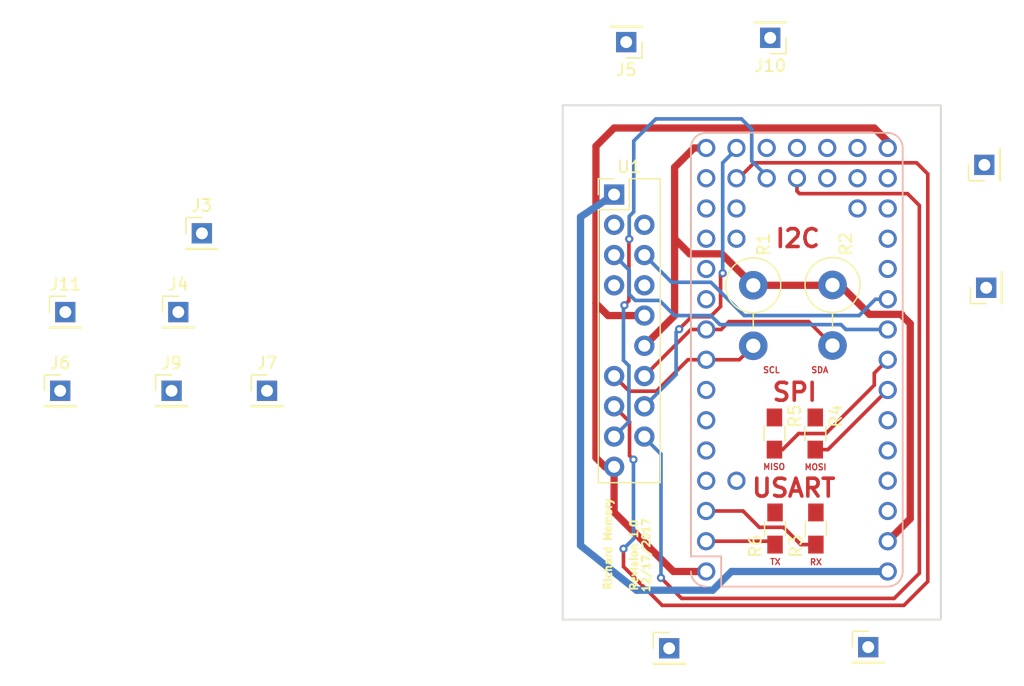
<source format=kicad_pcb>
(kicad_pcb (version 4) (host pcbnew 4.0.7-e2-6376~58~ubuntu16.04.1)

  (general
    (links 64)
    (no_connects 42)
    (area 145.974999 91.999999 177.875001 135.330001)
    (thickness 1.6)
    (drawings 15)
    (tracks 142)
    (zones 0)
    (modules 20)
    (nets 21)
  )

  (page A4)
  (layers
    (0 F.Cu signal)
    (31 B.Cu signal)
    (32 B.Adhes user)
    (33 F.Adhes user)
    (34 B.Paste user)
    (35 F.Paste user)
    (36 B.SilkS user)
    (37 F.SilkS user)
    (38 B.Mask user)
    (39 F.Mask user)
    (40 Dwgs.User user)
    (41 Cmts.User user)
    (42 Eco1.User user)
    (43 Eco2.User user)
    (44 Edge.Cuts user)
    (45 Margin user)
    (46 B.CrtYd user)
    (47 F.CrtYd user)
    (48 B.Fab user hide)
    (49 F.Fab user)
  )

  (setup
    (last_trace_width 0.3048)
    (user_trace_width 0.3048)
    (user_trace_width 0.6096)
    (user_trace_width 1.2192)
    (trace_clearance 0.1524)
    (zone_clearance 0.508)
    (zone_45_only no)
    (trace_min 0.1524)
    (segment_width 0.2)
    (edge_width 0.15)
    (via_size 0.6858)
    (via_drill 0.3302)
    (via_min_size 0.6858)
    (via_min_drill 0.3302)
    (uvia_size 0.3)
    (uvia_drill 0.1)
    (uvias_allowed no)
    (uvia_min_size 0)
    (uvia_min_drill 0)
    (pcb_text_width 0.3)
    (pcb_text_size 1.5 1.5)
    (mod_edge_width 0.15)
    (mod_text_size 1 1)
    (mod_text_width 0.15)
    (pad_size 1.5 1.5)
    (pad_drill 0.8)
    (pad_to_mask_clearance 0.2)
    (aux_axis_origin 0 0)
    (visible_elements FFFFF77F)
    (pcbplotparams
      (layerselection 0x00030_80000001)
      (usegerberextensions false)
      (excludeedgelayer true)
      (linewidth 0.100000)
      (plotframeref false)
      (viasonmask false)
      (mode 1)
      (useauxorigin false)
      (hpglpennumber 1)
      (hpglpenspeed 20)
      (hpglpendiameter 15)
      (hpglpenoverlay 2)
      (psnegative false)
      (psa4output false)
      (plotreference true)
      (plotvalue true)
      (plotinvisibletext false)
      (padsonsilk false)
      (subtractmaskfromsilk false)
      (outputformat 1)
      (mirror false)
      (drillshape 1)
      (scaleselection 1)
      (outputdirectory ""))
  )

  (net 0 "")
  (net 1 /PWR_3.3)
  (net 2 /I2C_SCL)
  (net 3 /I2C_SDA)
  (net 4 /USART_RX)
  (net 5 /USART_RX_C)
  (net 6 /SPI_MOSI)
  (net 7 /SPI_MOSI_C)
  (net 8 /SPI_MISO)
  (net 9 /SPI_MISO_C)
  (net 10 /USART_TX)
  (net 11 /USART_TX_C)
  (net 12 /PWR_5)
  (net 13 /SPI_SCK)
  (net 14 /SPI_CS)
  (net 15 /GND)
  (net 16 /AIO_0)
  (net 17 /AIO_1)
  (net 18 /AIO_2)
  (net 19 /AIO_3)
  (net 20 /NC)

  (net_class Default "This is the default net class."
    (clearance 0.1524)
    (trace_width 0.3048)
    (via_dia 0.6858)
    (via_drill 0.3302)
    (uvia_dia 0.3)
    (uvia_drill 0.1)
    (add_net /AIO_0)
    (add_net /AIO_1)
    (add_net /AIO_2)
    (add_net /AIO_3)
    (add_net /I2C_SCL)
    (add_net /I2C_SDA)
    (add_net /NC)
    (add_net /SPI_CS)
    (add_net /SPI_MISO)
    (add_net /SPI_MISO_C)
    (add_net /SPI_MOSI)
    (add_net /SPI_MOSI_C)
    (add_net /SPI_SCK)
    (add_net /USART_RX)
    (add_net /USART_RX_C)
    (add_net /USART_TX)
    (add_net /USART_TX_C)
  )

  (net_class Power ""
    (clearance 0.1524)
    (trace_width 0.6096)
    (via_dia 0.6858)
    (via_drill 0.3302)
    (uvia_dia 0.3)
    (uvia_drill 0.1)
    (add_net /GND)
    (add_net /PWR_3.3)
    (add_net /PWR_5)
  )

  (module 1bitsy:1bitsy (layer B.Cu) (tedit 5A369B29) (tstamp 5A369A92)
    (at 158.0896 131.2164)
    (path /5A35B501)
    (fp_text reference U2 (at 0 3.81) (layer B.SilkS) hide
      (effects (font (size 1 1) (thickness 0.15)) (justify mirror))
    )
    (fp_text value 1bitsy-complete (at 0 2.54) (layer B.Fab) hide
      (effects (font (size 1 1) (thickness 0.15)) (justify mirror))
    )
    (fp_arc (start 0 -35.56) (end 0 -36.83) (angle -90) (layer B.SilkS) (width 0.15))
    (fp_arc (start 15.24 -35.56) (end 16.51 -35.56) (angle -90) (layer B.SilkS) (width 0.15))
    (fp_arc (start 15.24 0) (end 15.24 1.27) (angle -90) (layer B.SilkS) (width 0.15))
    (fp_arc (start 0 0) (end -1.27 0) (angle -90) (layer B.SilkS) (width 0.15))
    (fp_line (start 16.51 -35.56) (end 16.51 0) (layer B.SilkS) (width 0.15))
    (fp_line (start 0 -36.83) (end 15.24 -36.83) (layer B.SilkS) (width 0.15))
    (fp_line (start -1.27 -1.27) (end -1.27 -35.56) (layer B.SilkS) (width 0.15))
    (fp_line (start 1.27 -1.27) (end -1.27 -1.27) (layer B.SilkS) (width 0.15))
    (fp_line (start 1.27 1.27) (end 1.27 -1.27) (layer B.SilkS) (width 0.15))
    (fp_line (start 1.27 1.27) (end 15.24 1.27) (layer B.SilkS) (width 0.15))
    (fp_text user DFU (at 5.842 -4.445 270) (layer B.Fab)
      (effects (font (size 0.5 0.5) (thickness 0.125)) (justify mirror))
    )
    (fp_line (start 5.334 -5.588) (end 5.334 -3.302) (layer B.Fab) (width 0.15))
    (fp_line (start 6.35 -5.588) (end 5.334 -5.588) (layer B.Fab) (width 0.15))
    (fp_line (start 6.35 -3.302) (end 6.35 -5.588) (layer B.Fab) (width 0.15))
    (fp_line (start 5.334 -3.302) (end 6.35 -3.302) (layer B.Fab) (width 0.15))
    (fp_text user "user button" (at 10.033 -28.575 270) (layer B.Fab)
      (effects (font (size 0.5 0.5) (thickness 0.125)) (justify mirror))
    )
    (fp_line (start 9.525 -30.099) (end 6.985 -30.099) (layer B.Fab) (width 0.15))
    (fp_line (start 9.525 -27.051) (end 9.525 -30.099) (layer B.Fab) (width 0.15))
    (fp_line (start 6.985 -27.051) (end 9.525 -27.051) (layer B.Fab) (width 0.15))
    (fp_line (start 6.985 -30.099) (end 6.985 -27.051) (layer B.Fab) (width 0.15))
    (fp_circle (center 8.255 -28.575) (end 8.89 -28.575) (layer B.Fab) (width 0.15))
    (fp_line (start 12.827 -8.89) (end 12.827 -8.636) (layer B.Fab) (width 0.15))
    (fp_line (start 12.827 -9.652) (end 12.827 -9.398) (layer B.Fab) (width 0.15))
    (fp_line (start 12.827 -10.414) (end 12.827 -10.16) (layer B.Fab) (width 0.15))
    (fp_line (start 12.827 -11.176) (end 12.827 -10.922) (layer B.Fab) (width 0.15))
    (fp_line (start 2.413 -8.89) (end 2.413 -8.636) (layer B.Fab) (width 0.15))
    (fp_line (start 2.413 -9.652) (end 2.413 -9.398) (layer B.Fab) (width 0.15))
    (fp_line (start 2.413 -10.414) (end 2.413 -10.16) (layer B.Fab) (width 0.15))
    (fp_line (start 2.413 -11.176) (end 2.413 -10.922) (layer B.Fab) (width 0.15))
    (fp_line (start 2.794 -11.43) (end 2.54 -11.43) (layer B.Fab) (width 0.15))
    (fp_line (start 3.556 -11.43) (end 3.302 -11.43) (layer B.Fab) (width 0.15))
    (fp_line (start 4.318 -11.43) (end 4.064 -11.43) (layer B.Fab) (width 0.15))
    (fp_line (start 12.446 -8.382) (end 12.7 -8.382) (layer B.Fab) (width 0.15))
    (fp_line (start 11.684 -8.382) (end 11.938 -8.382) (layer B.Fab) (width 0.15))
    (fp_line (start 11.176 -8.382) (end 10.922 -8.382) (layer B.Fab) (width 0.15))
    (fp_line (start 12.446 -11.43) (end 12.7 -11.43) (layer B.Fab) (width 0.15))
    (fp_line (start 11.684 -11.43) (end 11.938 -11.43) (layer B.Fab) (width 0.15))
    (fp_line (start 10.922 -11.43) (end 11.176 -11.43) (layer B.Fab) (width 0.15))
    (fp_line (start 10.16 -11.43) (end 10.414 -11.43) (layer B.Fab) (width 0.15))
    (fp_line (start 9.398 -11.43) (end 9.652 -11.43) (layer B.Fab) (width 0.15))
    (fp_line (start 8.636 -11.43) (end 8.89 -11.43) (layer B.Fab) (width 0.15))
    (fp_line (start 7.874 -11.43) (end 8.128 -11.43) (layer B.Fab) (width 0.15))
    (fp_line (start 7.112 -11.43) (end 7.366 -11.43) (layer B.Fab) (width 0.15))
    (fp_line (start 6.35 -11.43) (end 6.604 -11.43) (layer B.Fab) (width 0.15))
    (fp_line (start 5.588 -11.43) (end 5.842 -11.43) (layer B.Fab) (width 0.15))
    (fp_line (start 4.826 -11.43) (end 5.08 -11.43) (layer B.Fab) (width 0.15))
    (fp_line (start 10.16 -8.382) (end 10.414 -8.382) (layer B.Fab) (width 0.15))
    (fp_line (start 9.398 -8.382) (end 9.652 -8.382) (layer B.Fab) (width 0.15))
    (fp_line (start 8.636 -8.382) (end 8.89 -8.382) (layer B.Fab) (width 0.15))
    (fp_line (start 2.794 -8.382) (end 2.54 -8.382) (layer B.Fab) (width 0.15))
    (fp_line (start 3.556 -8.382) (end 3.302 -8.382) (layer B.Fab) (width 0.15))
    (fp_line (start 6.35 -8.382) (end 6.604 -8.382) (layer B.Fab) (width 0.15))
    (fp_line (start 5.588 -8.382) (end 5.842 -8.382) (layer B.Fab) (width 0.15))
    (fp_line (start 4.826 -8.382) (end 5.08 -8.382) (layer B.Fab) (width 0.15))
    (fp_line (start 4.064 -8.382) (end 4.318 -8.382) (layer B.Fab) (width 0.15))
    (fp_text user JTAG (at 7.62 -9.906) (layer B.Fab)
      (effects (font (size 0.7 0.7) (thickness 0.15)) (justify mirror))
    )
    (fp_line (start 8.255 -8.382) (end 8.255 -6.985) (layer B.Fab) (width 0.15))
    (fp_line (start 6.985 -8.382) (end 8.255 -8.382) (layer B.Fab) (width 0.15))
    (fp_line (start 6.985 -6.985) (end 6.985 -8.382) (layer B.Fab) (width 0.15))
    (fp_line (start 4.445 -12.827) (end 4.445 -6.985) (layer B.Fab) (width 0.15))
    (fp_line (start 10.795 -12.827) (end 4.445 -12.827) (layer B.Fab) (width 0.15))
    (fp_line (start 10.795 -6.985) (end 10.795 -12.827) (layer B.Fab) (width 0.15))
    (fp_line (start 4.445 -6.985) (end 10.795 -6.985) (layer B.Fab) (width 0.15))
    (fp_text user LED (at 2.54 -5.08 270) (layer B.Fab)
      (effects (font (size 0.2 0.2) (thickness 0.05)) (justify mirror))
    )
    (fp_line (start 2.286 -5.461) (end 2.286 -4.699) (layer B.Fab) (width 0.1))
    (fp_line (start 2.794 -5.461) (end 2.286 -5.461) (layer B.Fab) (width 0.1))
    (fp_line (start 2.794 -4.699) (end 2.794 -5.461) (layer B.Fab) (width 0.1))
    (fp_line (start 2.286 -4.699) (end 2.794 -4.699) (layer B.Fab) (width 0.1))
    (fp_line (start 11.684 -3.048) (end 11.684 1.27) (layer B.Fab) (width 0.15))
    (fp_line (start 3.556 -3.048) (end 11.684 -3.048) (layer B.Fab) (width 0.15))
    (fp_line (start 3.556 1.27) (end 3.556 -3.048) (layer B.Fab) (width 0.15))
    (fp_text user USB (at 7.62 -0.635) (layer B.Fab)
      (effects (font (size 0.7 0.7) (thickness 0.15)) (justify mirror))
    )
    (fp_line (start 11.684 2.54) (end 11.684 1.27) (layer B.Fab) (width 0.15))
    (fp_line (start 3.556 2.54) (end 11.684 2.54) (layer B.Fab) (width 0.15))
    (fp_line (start 3.556 1.27) (end 3.556 2.54) (layer B.Fab) (width 0.15))
    (fp_arc (start 0 -35.56) (end 0 -36.83) (angle -90) (layer B.Fab) (width 0.15))
    (fp_arc (start 15.24 -35.56) (end 16.51 -35.56) (angle -90) (layer B.Fab) (width 0.15))
    (fp_arc (start 15.24 0) (end 15.24 1.27) (angle -90) (layer B.Fab) (width 0.15))
    (fp_arc (start 0 0) (end -1.27 0) (angle -90) (layer B.Fab) (width 0.15))
    (fp_line (start -1.27 -35.56) (end -1.27 0) (layer B.Fab) (width 0.15))
    (fp_line (start 15.24 -36.83) (end 0 -36.83) (layer B.Fab) (width 0.15))
    (fp_line (start 16.51 0) (end 16.51 -35.56) (layer B.Fab) (width 0.15))
    (fp_line (start 0 1.27) (end 15.24 1.27) (layer B.Fab) (width 0.15))
    (pad 1 thru_hole circle (at 0.013084 0 90) (size 1.524 1.524) (drill 1.016) (layers *.Cu *.Mask)
      (net 15 /GND))
    (pad 2 thru_hole circle (at 0 -2.54 90) (size 1.524 1.524) (drill 1.016) (layers *.Cu *.Mask)
      (net 10 /USART_TX))
    (pad 3 thru_hole circle (at 0 -5.08 90) (size 1.524 1.524) (drill 1.016) (layers *.Cu *.Mask)
      (net 4 /USART_RX))
    (pad 4 thru_hole circle (at 0.013084 -7.619042 90) (size 1.524 1.524) (drill 1.016) (layers *.Cu *.Mask)
      (net 20 /NC))
    (pad 5 thru_hole circle (at 0.013084 -10.159042 90) (size 1.524 1.524) (drill 1.016) (layers *.Cu *.Mask)
      (net 20 /NC))
    (pad 6 thru_hole circle (at 0.013084 -12.699042 90) (size 1.524 1.524) (drill 1.016) (layers *.Cu *.Mask)
      (net 20 /NC))
    (pad 7 thru_hole circle (at 0.013084 -15.239042 90) (size 1.524 1.524) (drill 1.016) (layers *.Cu *.Mask)
      (net 20 /NC))
    (pad 8 thru_hole circle (at 0.013084 -17.779042 90) (size 1.524 1.524) (drill 1.016) (layers *.Cu *.Mask)
      (net 2 /I2C_SCL))
    (pad 9 thru_hole circle (at 0.013084 -20.319042 90) (size 1.524 1.524) (drill 1.016) (layers *.Cu *.Mask)
      (net 3 /I2C_SDA))
    (pad 10 thru_hole circle (at 0.013084 -22.859042 90) (size 1.524 1.524) (drill 1.016) (layers *.Cu *.Mask)
      (net 20 /NC))
    (pad 11 thru_hole circle (at 0.013084 -25.399042 90) (size 1.524 1.524) (drill 1.016) (layers *.Cu *.Mask)
      (net 20 /NC))
    (pad 12 thru_hole circle (at 0.013084 -27.939042 90) (size 1.524 1.524) (drill 1.016) (layers *.Cu *.Mask)
      (net 20 /NC))
    (pad 13 thru_hole circle (at 0.013084 -30.479042 90) (size 1.524 1.524) (drill 1.016) (layers *.Cu *.Mask)
      (net 20 /NC))
    (pad 14 thru_hole circle (at 0.013084 -33.019042 90) (size 1.524 1.524) (drill 1.016) (layers *.Cu *.Mask)
      (net 20 /NC))
    (pad 15 thru_hole circle (at 0.013084 -35.559042 90) (size 1.524 1.524) (drill 1.016) (layers *.Cu *.Mask)
      (net 1 /PWR_3.3))
    (pad 16 thru_hole circle (at 15.253084 -35.559042 90) (size 1.524 1.524) (drill 1.016) (layers *.Cu *.Mask)
      (net 15 /GND))
    (pad 17 thru_hole circle (at 15.253084 -33.019042 90) (size 1.524 1.524) (drill 1.016) (layers *.Cu *.Mask)
      (net 20 /NC))
    (pad 18 thru_hole circle (at 15.253084 -30.479042 90) (size 1.524 1.524) (drill 1.016) (layers *.Cu *.Mask)
      (net 20 /NC))
    (pad 19 thru_hole circle (at 15.253084 -27.939042 90) (size 1.524 1.524) (drill 1.016) (layers *.Cu *.Mask)
      (net 20 /NC))
    (pad 20 thru_hole circle (at 15.253084 -25.399042 90) (size 1.524 1.524) (drill 1.016) (layers *.Cu *.Mask)
      (net 20 /NC))
    (pad 21 thru_hole circle (at 15.253084 -22.859042 90) (size 1.524 1.524) (drill 1.016) (layers *.Cu *.Mask)
      (net 14 /SPI_CS))
    (pad 22 thru_hole circle (at 15.253084 -20.319042 90) (size 1.524 1.524) (drill 1.016) (layers *.Cu *.Mask)
      (net 13 /SPI_SCK))
    (pad 23 thru_hole circle (at 15.253084 -17.779042 90) (size 1.524 1.524) (drill 1.016) (layers *.Cu *.Mask)
      (net 8 /SPI_MISO))
    (pad 24 thru_hole circle (at 15.253084 -15.239042 90) (size 1.524 1.524) (drill 1.016) (layers *.Cu *.Mask)
      (net 6 /SPI_MOSI))
    (pad 25 thru_hole circle (at 15.253084 -12.699042 90) (size 1.524 1.524) (drill 1.016) (layers *.Cu *.Mask)
      (net 20 /NC))
    (pad 26 thru_hole circle (at 15.253084 -10.159042 90) (size 1.524 1.524) (drill 1.016) (layers *.Cu *.Mask)
      (net 20 /NC))
    (pad 27 thru_hole circle (at 15.253084 -7.619042 90) (size 1.524 1.524) (drill 1.016) (layers *.Cu *.Mask)
      (net 20 /NC))
    (pad 28 thru_hole circle (at 15.253084 -5.079042 90) (size 1.524 1.524) (drill 1.016) (layers *.Cu *.Mask)
      (net 20 /NC))
    (pad 29 thru_hole circle (at 15.253084 -2.539042 90) (size 1.524 1.524) (drill 1.016) (layers *.Cu *.Mask)
      (net 1 /PWR_3.3))
    (pad 30 thru_hole circle (at 15.253084 0.000958 90) (size 1.524 1.524) (drill 1.016) (layers *.Cu *.Mask)
      (net 12 /PWR_5))
    (pad 31 thru_hole circle (at 2.553084 -33.019042 90) (size 1.524 1.524) (drill 1.016) (layers *.Cu *.Mask)
      (net 16 /AIO_0))
    (pad 32 thru_hole circle (at 2.553084 -35.559042 90) (size 1.524 1.524) (drill 1.016) (layers *.Cu *.Mask)
      (net 17 /AIO_1))
    (pad 33 thru_hole circle (at 5.093084 -33.019042 90) (size 1.524 1.524) (drill 1.016) (layers *.Cu *.Mask)
      (net 18 /AIO_2))
    (pad 34 thru_hole circle (at 5.093084 -35.559042 90) (size 1.524 1.524) (drill 1.016) (layers *.Cu *.Mask)
      (net 20 /NC))
    (pad 35 thru_hole circle (at 7.633084 -33.019042 90) (size 1.524 1.524) (drill 1.016) (layers *.Cu *.Mask)
      (net 19 /AIO_3))
    (pad 36 thru_hole circle (at 7.633084 -35.559042 90) (size 1.524 1.524) (drill 1.016) (layers *.Cu *.Mask)
      (net 20 /NC))
    (pad 37 thru_hole circle (at 10.173084 -33.019042 90) (size 1.524 1.524) (drill 1.016) (layers *.Cu *.Mask)
      (net 20 /NC))
    (pad 38 thru_hole circle (at 10.173084 -35.559042 90) (size 1.524 1.524) (drill 1.016) (layers *.Cu *.Mask)
      (net 20 /NC))
    (pad 39 thru_hole circle (at 12.713084 -33.019042 90) (size 1.524 1.524) (drill 1.016) (layers *.Cu *.Mask)
      (net 20 /NC))
    (pad 40 thru_hole circle (at 12.713084 -35.559042 90) (size 1.524 1.524) (drill 1.016) (layers *.Cu *.Mask)
      (net 20 /NC))
    (pad 41 thru_hole circle (at 2.553084 -7.619042 90) (size 1.524 1.524) (drill 1.016) (layers *.Cu *.Mask)
      (net 20 /NC))
    (pad 42 thru_hole circle (at 2.553084 -27.939042 90) (size 1.524 1.524) (drill 1.016) (layers *.Cu *.Mask)
      (net 20 /NC))
    (pad 43 thru_hole circle (at 2.553084 -30.479042 90) (size 1.524 1.524) (drill 1.016) (layers *.Cu *.Mask)
      (net 20 /NC))
    (pad 44 thru_hole circle (at 12.713084 -30.479042 90) (size 1.524 1.524) (drill 1.016) (layers *.Cu *.Mask)
      (net 20 /NC))
  )

  (module Resistors_THT:R_Axial_DIN0414_L11.9mm_D4.5mm_P5.08mm_Vertical (layer F.Cu) (tedit 5A369C65) (tstamp 5A3567C3)
    (at 162.052 107.188 270)
    (descr "Resistor, Axial_DIN0414 series, Axial, Vertical, pin pitch=5.08mm, 2W, length*diameter=11.9*4.5mm^2, http://www.vishay.com/docs/20128/wkxwrx.pdf")
    (tags "Resistor Axial_DIN0414 series Axial Vertical pin pitch 5.08mm 2W length 11.9mm diameter 4.5mm")
    (path /5A320144)
    (fp_text reference R1 (at -3.429 -0.8636 270) (layer F.SilkS)
      (effects (font (size 1 1) (thickness 0.15)))
    )
    (fp_text value 4.7k (at 4.7498 -2.2098 270) (layer F.Fab)
      (effects (font (size 1 1) (thickness 0.15)))
    )
    (fp_circle (center 0 0) (end 2.25 0) (layer F.Fab) (width 0.1))
    (fp_circle (center 0 0) (end 2.31 0) (layer F.SilkS) (width 0.12))
    (fp_line (start 0 0) (end 5.08 0) (layer F.Fab) (width 0.1))
    (fp_line (start 2.31 0) (end 3.58 0) (layer F.SilkS) (width 0.12))
    (fp_line (start -2.6 -2.6) (end -2.6 2.6) (layer F.CrtYd) (width 0.05))
    (fp_line (start -2.6 2.6) (end 6.6 2.6) (layer F.CrtYd) (width 0.05))
    (fp_line (start 6.6 2.6) (end 6.6 -2.6) (layer F.CrtYd) (width 0.05))
    (fp_line (start 6.6 -2.6) (end -2.6 -2.6) (layer F.CrtYd) (width 0.05))
    (pad 1 thru_hole circle (at 0 0 270) (size 2.4 2.4) (drill 1.2) (layers *.Cu *.Mask)
      (net 1 /PWR_3.3))
    (pad 2 thru_hole oval (at 5.08 0 270) (size 2.4 2.4) (drill 1.2) (layers *.Cu *.Mask)
      (net 2 /I2C_SCL))
    (model ${KISYS3DMOD}/Resistors_THT.3dshapes/R_Axial_DIN0414_L11.9mm_D4.5mm_P5.08mm_Vertical.wrl
      (at (xyz 0 0 0))
      (scale (xyz 0.393701 0.393701 0.393701))
      (rotate (xyz 0 0 0))
    )
  )

  (module Resistors_THT:R_Axial_DIN0414_L11.9mm_D4.5mm_P5.08mm_Vertical (layer F.Cu) (tedit 5A369C7F) (tstamp 5A3567C9)
    (at 168.7068 107.1626 270)
    (descr "Resistor, Axial_DIN0414 series, Axial, Vertical, pin pitch=5.08mm, 2W, length*diameter=11.9*4.5mm^2, http://www.vishay.com/docs/20128/wkxwrx.pdf")
    (tags "Resistor Axial_DIN0414 series Axial Vertical pin pitch 5.08mm 2W length 11.9mm diameter 4.5mm")
    (path /5A3201AA)
    (fp_text reference R2 (at -3.4544 -1.1176 270) (layer F.SilkS)
      (effects (font (size 1 1) (thickness 0.15)))
    )
    (fp_text value 4.7k (at 4.699 -2.2352 270) (layer F.Fab)
      (effects (font (size 1 1) (thickness 0.15)))
    )
    (fp_circle (center 0 0) (end 2.25 0) (layer F.Fab) (width 0.1))
    (fp_circle (center 0 0) (end 2.31 0) (layer F.SilkS) (width 0.12))
    (fp_line (start 0 0) (end 5.08 0) (layer F.Fab) (width 0.1))
    (fp_line (start 2.31 0) (end 3.58 0) (layer F.SilkS) (width 0.12))
    (fp_line (start -2.6 -2.6) (end -2.6 2.6) (layer F.CrtYd) (width 0.05))
    (fp_line (start -2.6 2.6) (end 6.6 2.6) (layer F.CrtYd) (width 0.05))
    (fp_line (start 6.6 2.6) (end 6.6 -2.6) (layer F.CrtYd) (width 0.05))
    (fp_line (start 6.6 -2.6) (end -2.6 -2.6) (layer F.CrtYd) (width 0.05))
    (pad 1 thru_hole circle (at 0 0 270) (size 2.4 2.4) (drill 1.2) (layers *.Cu *.Mask)
      (net 1 /PWR_3.3))
    (pad 2 thru_hole oval (at 5.08 0 270) (size 2.4 2.4) (drill 1.2) (layers *.Cu *.Mask)
      (net 3 /I2C_SDA))
    (model ${KISYS3DMOD}/Resistors_THT.3dshapes/R_Axial_DIN0414_L11.9mm_D4.5mm_P5.08mm_Vertical.wrl
      (at (xyz 0 0 0))
      (scale (xyz 0.393701 0.393701 0.393701))
      (rotate (xyz 0 0 0))
    )
  )

  (module Resistors_SMD:R_0805_HandSoldering (layer F.Cu) (tedit 5A3559F9) (tstamp 5A3567CF)
    (at 167.3098 127.6096 90)
    (descr "Resistor SMD 0805, hand soldering")
    (tags "resistor 0805")
    (path /5A355170)
    (attr smd)
    (fp_text reference R3 (at -1.4732 -1.6764 90) (layer F.SilkS)
      (effects (font (size 1 1) (thickness 0.15)))
    )
    (fp_text value 0 (at 1.9304 -1.7018 90) (layer F.Fab)
      (effects (font (size 1 1) (thickness 0.15)))
    )
    (fp_text user %R (at 0 0 90) (layer F.Fab)
      (effects (font (size 0.5 0.5) (thickness 0.075)))
    )
    (fp_line (start -1 0.62) (end -1 -0.62) (layer F.Fab) (width 0.1))
    (fp_line (start 1 0.62) (end -1 0.62) (layer F.Fab) (width 0.1))
    (fp_line (start 1 -0.62) (end 1 0.62) (layer F.Fab) (width 0.1))
    (fp_line (start -1 -0.62) (end 1 -0.62) (layer F.Fab) (width 0.1))
    (fp_line (start 0.6 0.88) (end -0.6 0.88) (layer F.SilkS) (width 0.12))
    (fp_line (start -0.6 -0.88) (end 0.6 -0.88) (layer F.SilkS) (width 0.12))
    (fp_line (start -2.35 -0.9) (end 2.35 -0.9) (layer F.CrtYd) (width 0.05))
    (fp_line (start -2.35 -0.9) (end -2.35 0.9) (layer F.CrtYd) (width 0.05))
    (fp_line (start 2.35 0.9) (end 2.35 -0.9) (layer F.CrtYd) (width 0.05))
    (fp_line (start 2.35 0.9) (end -2.35 0.9) (layer F.CrtYd) (width 0.05))
    (pad 1 smd rect (at -1.35 0 90) (size 1.5 1.3) (layers F.Cu F.Paste F.Mask)
      (net 4 /USART_RX))
    (pad 2 smd rect (at 1.35 0 90) (size 1.5 1.3) (layers F.Cu F.Paste F.Mask)
      (net 5 /USART_RX_C))
    (model ${KISYS3DMOD}/Resistors_SMD.3dshapes/R_0805.wrl
      (at (xyz 0 0 0))
      (scale (xyz 1 1 1))
      (rotate (xyz 0 0 0))
    )
  )

  (module Resistors_SMD:R_0805_HandSoldering (layer F.Cu) (tedit 5A3559D0) (tstamp 5A3567D5)
    (at 167.259 119.634 90)
    (descr "Resistor SMD 0805, hand soldering")
    (tags "resistor 0805")
    (path /5A355256)
    (attr smd)
    (fp_text reference R4 (at 1.4732 1.7272 90) (layer F.SilkS)
      (effects (font (size 1 1) (thickness 0.15)))
    )
    (fp_text value 0 (at -1.8796 1.651 90) (layer F.Fab)
      (effects (font (size 1 1) (thickness 0.15)))
    )
    (fp_text user %R (at 0 0 90) (layer F.Fab)
      (effects (font (size 0.5 0.5) (thickness 0.075)))
    )
    (fp_line (start -1 0.62) (end -1 -0.62) (layer F.Fab) (width 0.1))
    (fp_line (start 1 0.62) (end -1 0.62) (layer F.Fab) (width 0.1))
    (fp_line (start 1 -0.62) (end 1 0.62) (layer F.Fab) (width 0.1))
    (fp_line (start -1 -0.62) (end 1 -0.62) (layer F.Fab) (width 0.1))
    (fp_line (start 0.6 0.88) (end -0.6 0.88) (layer F.SilkS) (width 0.12))
    (fp_line (start -0.6 -0.88) (end 0.6 -0.88) (layer F.SilkS) (width 0.12))
    (fp_line (start -2.35 -0.9) (end 2.35 -0.9) (layer F.CrtYd) (width 0.05))
    (fp_line (start -2.35 -0.9) (end -2.35 0.9) (layer F.CrtYd) (width 0.05))
    (fp_line (start 2.35 0.9) (end 2.35 -0.9) (layer F.CrtYd) (width 0.05))
    (fp_line (start 2.35 0.9) (end -2.35 0.9) (layer F.CrtYd) (width 0.05))
    (pad 1 smd rect (at -1.35 0 90) (size 1.5 1.3) (layers F.Cu F.Paste F.Mask)
      (net 6 /SPI_MOSI))
    (pad 2 smd rect (at 1.35 0 90) (size 1.5 1.3) (layers F.Cu F.Paste F.Mask)
      (net 7 /SPI_MOSI_C))
    (model ${KISYS3DMOD}/Resistors_SMD.3dshapes/R_0805.wrl
      (at (xyz 0 0 0))
      (scale (xyz 1 1 1))
      (rotate (xyz 0 0 0))
    )
  )

  (module Resistors_SMD:R_0805_HandSoldering (layer F.Cu) (tedit 5A3559DC) (tstamp 5A3567DB)
    (at 163.83 119.634 90)
    (descr "Resistor SMD 0805, hand soldering")
    (tags "resistor 0805")
    (path /5A354DAC)
    (attr smd)
    (fp_text reference R5 (at 1.4732 1.7018 90) (layer F.SilkS)
      (effects (font (size 1 1) (thickness 0.15)))
    )
    (fp_text value 0 (at -1.9304 1.6764 90) (layer F.Fab)
      (effects (font (size 1 1) (thickness 0.15)))
    )
    (fp_text user %R (at 0 0 90) (layer F.Fab)
      (effects (font (size 0.5 0.5) (thickness 0.075)))
    )
    (fp_line (start -1 0.62) (end -1 -0.62) (layer F.Fab) (width 0.1))
    (fp_line (start 1 0.62) (end -1 0.62) (layer F.Fab) (width 0.1))
    (fp_line (start 1 -0.62) (end 1 0.62) (layer F.Fab) (width 0.1))
    (fp_line (start -1 -0.62) (end 1 -0.62) (layer F.Fab) (width 0.1))
    (fp_line (start 0.6 0.88) (end -0.6 0.88) (layer F.SilkS) (width 0.12))
    (fp_line (start -0.6 -0.88) (end 0.6 -0.88) (layer F.SilkS) (width 0.12))
    (fp_line (start -2.35 -0.9) (end 2.35 -0.9) (layer F.CrtYd) (width 0.05))
    (fp_line (start -2.35 -0.9) (end -2.35 0.9) (layer F.CrtYd) (width 0.05))
    (fp_line (start 2.35 0.9) (end 2.35 -0.9) (layer F.CrtYd) (width 0.05))
    (fp_line (start 2.35 0.9) (end -2.35 0.9) (layer F.CrtYd) (width 0.05))
    (pad 1 smd rect (at -1.35 0 90) (size 1.5 1.3) (layers F.Cu F.Paste F.Mask)
      (net 8 /SPI_MISO))
    (pad 2 smd rect (at 1.35 0 90) (size 1.5 1.3) (layers F.Cu F.Paste F.Mask)
      (net 9 /SPI_MISO_C))
    (model ${KISYS3DMOD}/Resistors_SMD.3dshapes/R_0805.wrl
      (at (xyz 0 0 0))
      (scale (xyz 1 1 1))
      (rotate (xyz 0 0 0))
    )
  )

  (module Resistors_SMD:R_0805_HandSoldering (layer F.Cu) (tedit 5A3559FE) (tstamp 5A3567E1)
    (at 163.8808 127.6096 90)
    (descr "Resistor SMD 0805, hand soldering")
    (tags "resistor 0805")
    (path /5A354D47)
    (attr smd)
    (fp_text reference R6 (at -1.4732 -1.651 90) (layer F.SilkS)
      (effects (font (size 1 1) (thickness 0.15)))
    )
    (fp_text value 0 (at 1.9304 -1.6256 90) (layer F.Fab)
      (effects (font (size 1 1) (thickness 0.15)))
    )
    (fp_text user %R (at 0 0 90) (layer F.Fab)
      (effects (font (size 0.5 0.5) (thickness 0.075)))
    )
    (fp_line (start -1 0.62) (end -1 -0.62) (layer F.Fab) (width 0.1))
    (fp_line (start 1 0.62) (end -1 0.62) (layer F.Fab) (width 0.1))
    (fp_line (start 1 -0.62) (end 1 0.62) (layer F.Fab) (width 0.1))
    (fp_line (start -1 -0.62) (end 1 -0.62) (layer F.Fab) (width 0.1))
    (fp_line (start 0.6 0.88) (end -0.6 0.88) (layer F.SilkS) (width 0.12))
    (fp_line (start -0.6 -0.88) (end 0.6 -0.88) (layer F.SilkS) (width 0.12))
    (fp_line (start -2.35 -0.9) (end 2.35 -0.9) (layer F.CrtYd) (width 0.05))
    (fp_line (start -2.35 -0.9) (end -2.35 0.9) (layer F.CrtYd) (width 0.05))
    (fp_line (start 2.35 0.9) (end 2.35 -0.9) (layer F.CrtYd) (width 0.05))
    (fp_line (start 2.35 0.9) (end -2.35 0.9) (layer F.CrtYd) (width 0.05))
    (pad 1 smd rect (at -1.35 0 90) (size 1.5 1.3) (layers F.Cu F.Paste F.Mask)
      (net 10 /USART_TX))
    (pad 2 smd rect (at 1.35 0 90) (size 1.5 1.3) (layers F.Cu F.Paste F.Mask)
      (net 11 /USART_TX_C))
    (model ${KISYS3DMOD}/Resistors_SMD.3dshapes/R_0805.wrl
      (at (xyz 0 0 0))
      (scale (xyz 1 1 1))
      (rotate (xyz 0 0 0))
    )
  )

  (module 1bitsy_convertor_footprints:1bitsy_convertor_pitch2.54mm (layer F.Cu) (tedit 5A355805) (tstamp 5A3567F5)
    (at 151.638 113.538)
    (descr "Through hole straight pin header, 2x10, 2.54mm pitch, double rows")
    (tags "Through hole pin header THT 2x10 2.54mm double row")
    (path /5A30A2C0)
    (fp_text reference U1 (at 0 -16.3) (layer F.SilkS)
      (effects (font (size 1 1) (thickness 0.15)))
    )
    (fp_text value 1bitsy_convertor (at 0 11.22) (layer F.Fab) hide
      (effects (font (size 1 1) (thickness 0.15)))
    )
    (fp_line (start -1.27 -15.24) (end 2.54 -15.24) (layer F.Fab) (width 0.1))
    (fp_line (start 2.54 -15.24) (end 2.54 10.16) (layer F.Fab) (width 0.1))
    (fp_line (start 2.54 10.16) (end -2.54 10.16) (layer F.Fab) (width 0.1))
    (fp_line (start -2.54 10.16) (end -2.54 -13.97) (layer F.Fab) (width 0.1))
    (fp_line (start -2.54 -13.97) (end -1.27 -15.24) (layer F.Fab) (width 0.1))
    (fp_line (start -2.6 10.22) (end 2.6 10.22) (layer F.SilkS) (width 0.12))
    (fp_line (start -2.6 -12.7) (end -2.6 10.22) (layer F.SilkS) (width 0.12))
    (fp_line (start 2.6 -15.3) (end 2.6 10.22) (layer F.SilkS) (width 0.12))
    (fp_line (start -2.6 -12.7) (end 0 -12.7) (layer F.SilkS) (width 0.12))
    (fp_line (start 0 -12.7) (end 0 -15.3) (layer F.SilkS) (width 0.12))
    (fp_line (start 0 -15.3) (end 2.6 -15.3) (layer F.SilkS) (width 0.12))
    (fp_line (start -2.6 -13.97) (end -2.6 -15.3) (layer F.SilkS) (width 0.12))
    (fp_line (start -2.6 -15.3) (end -1.27 -15.3) (layer F.SilkS) (width 0.12))
    (fp_line (start -3.07 -15.77) (end -3.07 10.68) (layer F.CrtYd) (width 0.05))
    (fp_line (start -3.07 10.68) (end 3.08 10.68) (layer F.CrtYd) (width 0.05))
    (fp_line (start 3.08 10.68) (end 3.08 -15.77) (layer F.CrtYd) (width 0.05))
    (fp_line (start 3.08 -15.77) (end -3.07 -15.77) (layer F.CrtYd) (width 0.05))
    (fp_text user %R (at 0 -2.54 90) (layer F.Fab) hide
      (effects (font (size 1 1) (thickness 0.15)))
    )
    (pad 1 thru_hole rect (at -1.27 -13.97) (size 1.7 1.7) (drill 1) (layers *.Cu *.Mask)
      (net 12 /PWR_5))
    (pad 3 thru_hole oval (at -1.27 -11.43) (size 1.7 1.7) (drill 1) (layers *.Cu *.Mask)
      (net 7 /SPI_MOSI_C))
    (pad 4 thru_hole oval (at 1.27 -11.43) (size 1.7 1.7) (drill 1) (layers *.Cu *.Mask)
      (net 9 /SPI_MISO_C))
    (pad 5 thru_hole oval (at -1.27 -8.89) (size 1.7 1.7) (drill 1) (layers *.Cu *.Mask)
      (net 13 /SPI_SCK))
    (pad 6 thru_hole oval (at 1.27 -8.89) (size 1.7 1.7) (drill 1) (layers *.Cu *.Mask)
      (net 14 /SPI_CS))
    (pad 7 thru_hole oval (at -1.27 -6.35) (size 1.7 1.7) (drill 1) (layers *.Cu *.Mask)
      (net 5 /USART_RX_C))
    (pad 8 thru_hole oval (at 1.27 -6.35) (size 1.7 1.7) (drill 1) (layers *.Cu *.Mask)
      (net 11 /USART_TX_C))
    (pad 10 thru_hole oval (at 1.27 -3.81) (size 1.7 1.7) (drill 1) (layers *.Cu *.Mask)
      (net 15 /GND))
    (pad 12 thru_hole oval (at 1.27 -1.27) (size 1.7 1.7) (drill 1) (layers *.Cu *.Mask)
      (net 1 /PWR_3.3))
    (pad 13 thru_hole oval (at -1.27 1.27) (size 1.7 1.7) (drill 1) (layers *.Cu *.Mask)
      (net 2 /I2C_SCL))
    (pad 14 thru_hole oval (at 1.27 1.27) (size 1.7 1.7) (drill 1) (layers *.Cu *.Mask)
      (net 3 /I2C_SDA))
    (pad 15 thru_hole oval (at -1.27 3.81) (size 1.7 1.7) (drill 1) (layers *.Cu *.Mask)
      (net 16 /AIO_0))
    (pad 16 thru_hole oval (at 1.27 3.81) (size 1.7 1.7) (drill 1) (layers *.Cu *.Mask)
      (net 17 /AIO_1))
    (pad 17 thru_hole oval (at -1.27 6.35) (size 1.7 1.7) (drill 1) (layers *.Cu *.Mask)
      (net 18 /AIO_2))
    (pad 18 thru_hole oval (at 1.27 6.35) (size 1.7 1.7) (drill 1) (layers *.Cu *.Mask)
      (net 19 /AIO_3))
    (pad 19 thru_hole oval (at -1.27 8.89) (size 1.7 1.7) (drill 1) (layers *.Cu *.Mask)
      (net 15 /GND))
    (model ${KISYS3DMOD}/Pin_Headers.3dshapes/Pin_Header_Straight_2x10_Pitch2.54mm.wrl
      (at (xyz 0 0 0))
      (scale (xyz 1 1 1))
      (rotate (xyz 0 0 0))
    )
  )

  (module Pin_Headers:Pin_Header_Straight_1x01_Pitch2.54mm (layer F.Cu) (tedit 5A36EDCF) (tstamp 5A36EC7A)
    (at 171.704 137.5664)
    (descr "Through hole straight pin header, 1x01, 2.54mm pitch, single row")
    (tags "Through hole pin header THT 1x01 2.54mm single row")
    (path /5A36E00D)
    (fp_text reference J1 (at 0 -2.33) (layer F.SilkS) hide
      (effects (font (size 1 1) (thickness 0.15)))
    )
    (fp_text value USART_RX_TEST (at 0 2.33) (layer F.Fab)
      (effects (font (size 1 1) (thickness 0.15)))
    )
    (fp_line (start -0.635 -1.27) (end 1.27 -1.27) (layer F.Fab) (width 0.1))
    (fp_line (start 1.27 -1.27) (end 1.27 1.27) (layer F.Fab) (width 0.1))
    (fp_line (start 1.27 1.27) (end -1.27 1.27) (layer F.Fab) (width 0.1))
    (fp_line (start -1.27 1.27) (end -1.27 -0.635) (layer F.Fab) (width 0.1))
    (fp_line (start -1.27 -0.635) (end -0.635 -1.27) (layer F.Fab) (width 0.1))
    (fp_line (start -1.33 1.33) (end 1.33 1.33) (layer F.SilkS) (width 0.12))
    (fp_line (start -1.33 1.27) (end -1.33 1.33) (layer F.SilkS) (width 0.12))
    (fp_line (start 1.33 1.27) (end 1.33 1.33) (layer F.SilkS) (width 0.12))
    (fp_line (start -1.33 1.27) (end 1.33 1.27) (layer F.SilkS) (width 0.12))
    (fp_line (start -1.33 0) (end -1.33 -1.33) (layer F.SilkS) (width 0.12))
    (fp_line (start -1.33 -1.33) (end 0 -1.33) (layer F.SilkS) (width 0.12))
    (fp_line (start -1.8 -1.8) (end -1.8 1.8) (layer F.CrtYd) (width 0.05))
    (fp_line (start -1.8 1.8) (end 1.8 1.8) (layer F.CrtYd) (width 0.05))
    (fp_line (start 1.8 1.8) (end 1.8 -1.8) (layer F.CrtYd) (width 0.05))
    (fp_line (start 1.8 -1.8) (end -1.8 -1.8) (layer F.CrtYd) (width 0.05))
    (fp_text user %R (at 0 0 90) (layer F.Fab)
      (effects (font (size 1 1) (thickness 0.15)))
    )
    (pad 1 thru_hole rect (at 0 0) (size 1.7 1.7) (drill 1) (layers *.Cu *.Mask)
      (net 4 /USART_RX))
    (model ${KISYS3DMOD}/Pin_Headers.3dshapes/Pin_Header_Straight_1x01_Pitch2.54mm.wrl
      (at (xyz 0 0 0))
      (scale (xyz 1 1 1))
      (rotate (xyz 0 0 0))
    )
  )

  (module Pin_Headers:Pin_Header_Straight_1x01_Pitch2.54mm (layer F.Cu) (tedit 5A36EDD6) (tstamp 5A36EC7F)
    (at 181.61 107.3912 90)
    (descr "Through hole straight pin header, 1x01, 2.54mm pitch, single row")
    (tags "Through hole pin header THT 1x01 2.54mm single row")
    (path /5A36DE82)
    (fp_text reference J2 (at 0 -2.33 90) (layer F.SilkS) hide
      (effects (font (size 1 1) (thickness 0.15)))
    )
    (fp_text value SPI_MOSI_TEST (at 0 2.33 90) (layer F.Fab)
      (effects (font (size 1 1) (thickness 0.15)))
    )
    (fp_line (start -0.635 -1.27) (end 1.27 -1.27) (layer F.Fab) (width 0.1))
    (fp_line (start 1.27 -1.27) (end 1.27 1.27) (layer F.Fab) (width 0.1))
    (fp_line (start 1.27 1.27) (end -1.27 1.27) (layer F.Fab) (width 0.1))
    (fp_line (start -1.27 1.27) (end -1.27 -0.635) (layer F.Fab) (width 0.1))
    (fp_line (start -1.27 -0.635) (end -0.635 -1.27) (layer F.Fab) (width 0.1))
    (fp_line (start -1.33 1.33) (end 1.33 1.33) (layer F.SilkS) (width 0.12))
    (fp_line (start -1.33 1.27) (end -1.33 1.33) (layer F.SilkS) (width 0.12))
    (fp_line (start 1.33 1.27) (end 1.33 1.33) (layer F.SilkS) (width 0.12))
    (fp_line (start -1.33 1.27) (end 1.33 1.27) (layer F.SilkS) (width 0.12))
    (fp_line (start -1.33 0) (end -1.33 -1.33) (layer F.SilkS) (width 0.12))
    (fp_line (start -1.33 -1.33) (end 0 -1.33) (layer F.SilkS) (width 0.12))
    (fp_line (start -1.8 -1.8) (end -1.8 1.8) (layer F.CrtYd) (width 0.05))
    (fp_line (start -1.8 1.8) (end 1.8 1.8) (layer F.CrtYd) (width 0.05))
    (fp_line (start 1.8 1.8) (end 1.8 -1.8) (layer F.CrtYd) (width 0.05))
    (fp_line (start 1.8 -1.8) (end -1.8 -1.8) (layer F.CrtYd) (width 0.05))
    (fp_text user %R (at 0 0 180) (layer F.Fab)
      (effects (font (size 1 1) (thickness 0.15)))
    )
    (pad 1 thru_hole rect (at 0 0 90) (size 1.7 1.7) (drill 1) (layers *.Cu *.Mask)
      (net 6 /SPI_MOSI))
    (model ${KISYS3DMOD}/Pin_Headers.3dshapes/Pin_Header_Straight_1x01_Pitch2.54mm.wrl
      (at (xyz 0 0 0))
      (scale (xyz 1 1 1))
      (rotate (xyz 0 0 0))
    )
  )

  (module Pin_Headers:Pin_Header_Straight_1x01_Pitch2.54mm (layer F.Cu) (tedit 59650532) (tstamp 5A36EC84)
    (at 115.758419 102.8254)
    (descr "Through hole straight pin header, 1x01, 2.54mm pitch, single row")
    (tags "Through hole pin header THT 1x01 2.54mm single row")
    (path /5A36E102)
    (fp_text reference J3 (at 0 -2.33) (layer F.SilkS)
      (effects (font (size 1 1) (thickness 0.15)))
    )
    (fp_text value I2C_SCL_TEST (at 0 2.33) (layer F.Fab)
      (effects (font (size 1 1) (thickness 0.15)))
    )
    (fp_line (start -0.635 -1.27) (end 1.27 -1.27) (layer F.Fab) (width 0.1))
    (fp_line (start 1.27 -1.27) (end 1.27 1.27) (layer F.Fab) (width 0.1))
    (fp_line (start 1.27 1.27) (end -1.27 1.27) (layer F.Fab) (width 0.1))
    (fp_line (start -1.27 1.27) (end -1.27 -0.635) (layer F.Fab) (width 0.1))
    (fp_line (start -1.27 -0.635) (end -0.635 -1.27) (layer F.Fab) (width 0.1))
    (fp_line (start -1.33 1.33) (end 1.33 1.33) (layer F.SilkS) (width 0.12))
    (fp_line (start -1.33 1.27) (end -1.33 1.33) (layer F.SilkS) (width 0.12))
    (fp_line (start 1.33 1.27) (end 1.33 1.33) (layer F.SilkS) (width 0.12))
    (fp_line (start -1.33 1.27) (end 1.33 1.27) (layer F.SilkS) (width 0.12))
    (fp_line (start -1.33 0) (end -1.33 -1.33) (layer F.SilkS) (width 0.12))
    (fp_line (start -1.33 -1.33) (end 0 -1.33) (layer F.SilkS) (width 0.12))
    (fp_line (start -1.8 -1.8) (end -1.8 1.8) (layer F.CrtYd) (width 0.05))
    (fp_line (start -1.8 1.8) (end 1.8 1.8) (layer F.CrtYd) (width 0.05))
    (fp_line (start 1.8 1.8) (end 1.8 -1.8) (layer F.CrtYd) (width 0.05))
    (fp_line (start 1.8 -1.8) (end -1.8 -1.8) (layer F.CrtYd) (width 0.05))
    (fp_text user %R (at 0 0 90) (layer F.Fab)
      (effects (font (size 1 1) (thickness 0.15)))
    )
    (pad 1 thru_hole rect (at 0 0) (size 1.7 1.7) (drill 1) (layers *.Cu *.Mask)
      (net 2 /I2C_SCL))
    (model ${KISYS3DMOD}/Pin_Headers.3dshapes/Pin_Header_Straight_1x01_Pitch2.54mm.wrl
      (at (xyz 0 0 0))
      (scale (xyz 1 1 1))
      (rotate (xyz 0 0 0))
    )
  )

  (module Pin_Headers:Pin_Header_Straight_1x01_Pitch2.54mm (layer F.Cu) (tedit 59650532) (tstamp 5A36EC89)
    (at 113.779848 109.4354)
    (descr "Through hole straight pin header, 1x01, 2.54mm pitch, single row")
    (tags "Through hole pin header THT 1x01 2.54mm single row")
    (path /5A36E769)
    (fp_text reference J4 (at 0 -2.33) (layer F.SilkS)
      (effects (font (size 1 1) (thickness 0.15)))
    )
    (fp_text value AIO_0_TEST (at 0 2.33) (layer F.Fab)
      (effects (font (size 1 1) (thickness 0.15)))
    )
    (fp_line (start -0.635 -1.27) (end 1.27 -1.27) (layer F.Fab) (width 0.1))
    (fp_line (start 1.27 -1.27) (end 1.27 1.27) (layer F.Fab) (width 0.1))
    (fp_line (start 1.27 1.27) (end -1.27 1.27) (layer F.Fab) (width 0.1))
    (fp_line (start -1.27 1.27) (end -1.27 -0.635) (layer F.Fab) (width 0.1))
    (fp_line (start -1.27 -0.635) (end -0.635 -1.27) (layer F.Fab) (width 0.1))
    (fp_line (start -1.33 1.33) (end 1.33 1.33) (layer F.SilkS) (width 0.12))
    (fp_line (start -1.33 1.27) (end -1.33 1.33) (layer F.SilkS) (width 0.12))
    (fp_line (start 1.33 1.27) (end 1.33 1.33) (layer F.SilkS) (width 0.12))
    (fp_line (start -1.33 1.27) (end 1.33 1.27) (layer F.SilkS) (width 0.12))
    (fp_line (start -1.33 0) (end -1.33 -1.33) (layer F.SilkS) (width 0.12))
    (fp_line (start -1.33 -1.33) (end 0 -1.33) (layer F.SilkS) (width 0.12))
    (fp_line (start -1.8 -1.8) (end -1.8 1.8) (layer F.CrtYd) (width 0.05))
    (fp_line (start -1.8 1.8) (end 1.8 1.8) (layer F.CrtYd) (width 0.05))
    (fp_line (start 1.8 1.8) (end 1.8 -1.8) (layer F.CrtYd) (width 0.05))
    (fp_line (start 1.8 -1.8) (end -1.8 -1.8) (layer F.CrtYd) (width 0.05))
    (fp_text user %R (at 0 0 90) (layer F.Fab)
      (effects (font (size 1 1) (thickness 0.15)))
    )
    (pad 1 thru_hole rect (at 0 0) (size 1.7 1.7) (drill 1) (layers *.Cu *.Mask)
      (net 16 /AIO_0))
    (model ${KISYS3DMOD}/Pin_Headers.3dshapes/Pin_Header_Straight_1x01_Pitch2.54mm.wrl
      (at (xyz 0 0 0))
      (scale (xyz 1 1 1))
      (rotate (xyz 0 0 0))
    )
  )

  (module Pin_Headers:Pin_Header_Straight_1x01_Pitch2.54mm (layer F.Cu) (tedit 59650532) (tstamp 5A36EC8E)
    (at 151.384 86.7664 180)
    (descr "Through hole straight pin header, 1x01, 2.54mm pitch, single row")
    (tags "Through hole pin header THT 1x01 2.54mm single row")
    (path /5A36EA68)
    (fp_text reference J5 (at 0 -2.33 180) (layer F.SilkS)
      (effects (font (size 1 1) (thickness 0.15)))
    )
    (fp_text value AIO_2_TEST (at 0 2.33 180) (layer F.Fab)
      (effects (font (size 1 1) (thickness 0.15)))
    )
    (fp_line (start -0.635 -1.27) (end 1.27 -1.27) (layer F.Fab) (width 0.1))
    (fp_line (start 1.27 -1.27) (end 1.27 1.27) (layer F.Fab) (width 0.1))
    (fp_line (start 1.27 1.27) (end -1.27 1.27) (layer F.Fab) (width 0.1))
    (fp_line (start -1.27 1.27) (end -1.27 -0.635) (layer F.Fab) (width 0.1))
    (fp_line (start -1.27 -0.635) (end -0.635 -1.27) (layer F.Fab) (width 0.1))
    (fp_line (start -1.33 1.33) (end 1.33 1.33) (layer F.SilkS) (width 0.12))
    (fp_line (start -1.33 1.27) (end -1.33 1.33) (layer F.SilkS) (width 0.12))
    (fp_line (start 1.33 1.27) (end 1.33 1.33) (layer F.SilkS) (width 0.12))
    (fp_line (start -1.33 1.27) (end 1.33 1.27) (layer F.SilkS) (width 0.12))
    (fp_line (start -1.33 0) (end -1.33 -1.33) (layer F.SilkS) (width 0.12))
    (fp_line (start -1.33 -1.33) (end 0 -1.33) (layer F.SilkS) (width 0.12))
    (fp_line (start -1.8 -1.8) (end -1.8 1.8) (layer F.CrtYd) (width 0.05))
    (fp_line (start -1.8 1.8) (end 1.8 1.8) (layer F.CrtYd) (width 0.05))
    (fp_line (start 1.8 1.8) (end 1.8 -1.8) (layer F.CrtYd) (width 0.05))
    (fp_line (start 1.8 -1.8) (end -1.8 -1.8) (layer F.CrtYd) (width 0.05))
    (fp_text user %R (at 0 0 270) (layer F.Fab)
      (effects (font (size 1 1) (thickness 0.15)))
    )
    (pad 1 thru_hole rect (at 0 0 180) (size 1.7 1.7) (drill 1) (layers *.Cu *.Mask)
      (net 18 /AIO_2))
    (model ${KISYS3DMOD}/Pin_Headers.3dshapes/Pin_Header_Straight_1x01_Pitch2.54mm.wrl
      (at (xyz 0 0 0))
      (scale (xyz 1 1 1))
      (rotate (xyz 0 0 0))
    )
  )

  (module Pin_Headers:Pin_Header_Straight_1x01_Pitch2.54mm (layer F.Cu) (tedit 59650532) (tstamp 5A36EC93)
    (at 103.859372 116.0454)
    (descr "Through hole straight pin header, 1x01, 2.54mm pitch, single row")
    (tags "Through hole pin header THT 1x01 2.54mm single row")
    (path /5A36E4FC)
    (fp_text reference J6 (at 0 -2.33) (layer F.SilkS)
      (effects (font (size 1 1) (thickness 0.15)))
    )
    (fp_text value PWR_5V_TEST (at 0 2.33) (layer F.Fab)
      (effects (font (size 1 1) (thickness 0.15)))
    )
    (fp_line (start -0.635 -1.27) (end 1.27 -1.27) (layer F.Fab) (width 0.1))
    (fp_line (start 1.27 -1.27) (end 1.27 1.27) (layer F.Fab) (width 0.1))
    (fp_line (start 1.27 1.27) (end -1.27 1.27) (layer F.Fab) (width 0.1))
    (fp_line (start -1.27 1.27) (end -1.27 -0.635) (layer F.Fab) (width 0.1))
    (fp_line (start -1.27 -0.635) (end -0.635 -1.27) (layer F.Fab) (width 0.1))
    (fp_line (start -1.33 1.33) (end 1.33 1.33) (layer F.SilkS) (width 0.12))
    (fp_line (start -1.33 1.27) (end -1.33 1.33) (layer F.SilkS) (width 0.12))
    (fp_line (start 1.33 1.27) (end 1.33 1.33) (layer F.SilkS) (width 0.12))
    (fp_line (start -1.33 1.27) (end 1.33 1.27) (layer F.SilkS) (width 0.12))
    (fp_line (start -1.33 0) (end -1.33 -1.33) (layer F.SilkS) (width 0.12))
    (fp_line (start -1.33 -1.33) (end 0 -1.33) (layer F.SilkS) (width 0.12))
    (fp_line (start -1.8 -1.8) (end -1.8 1.8) (layer F.CrtYd) (width 0.05))
    (fp_line (start -1.8 1.8) (end 1.8 1.8) (layer F.CrtYd) (width 0.05))
    (fp_line (start 1.8 1.8) (end 1.8 -1.8) (layer F.CrtYd) (width 0.05))
    (fp_line (start 1.8 -1.8) (end -1.8 -1.8) (layer F.CrtYd) (width 0.05))
    (fp_text user %R (at 0 0 90) (layer F.Fab)
      (effects (font (size 1 1) (thickness 0.15)))
    )
    (pad 1 thru_hole rect (at 0 0) (size 1.7 1.7) (drill 1) (layers *.Cu *.Mask)
      (net 12 /PWR_5))
    (model ${KISYS3DMOD}/Pin_Headers.3dshapes/Pin_Header_Straight_1x01_Pitch2.54mm.wrl
      (at (xyz 0 0 0))
      (scale (xyz 1 1 1))
      (rotate (xyz 0 0 0))
    )
  )

  (module Pin_Headers:Pin_Header_Straight_1x01_Pitch2.54mm (layer F.Cu) (tedit 59650532) (tstamp 5A36EC98)
    (at 121.226038 116.0454)
    (descr "Through hole straight pin header, 1x01, 2.54mm pitch, single row")
    (tags "Through hole pin header THT 1x01 2.54mm single row")
    (path /5A36E417)
    (fp_text reference J7 (at 0 -2.33) (layer F.SilkS)
      (effects (font (size 1 1) (thickness 0.15)))
    )
    (fp_text value GND_TEST (at 0 2.33) (layer F.Fab)
      (effects (font (size 1 1) (thickness 0.15)))
    )
    (fp_line (start -0.635 -1.27) (end 1.27 -1.27) (layer F.Fab) (width 0.1))
    (fp_line (start 1.27 -1.27) (end 1.27 1.27) (layer F.Fab) (width 0.1))
    (fp_line (start 1.27 1.27) (end -1.27 1.27) (layer F.Fab) (width 0.1))
    (fp_line (start -1.27 1.27) (end -1.27 -0.635) (layer F.Fab) (width 0.1))
    (fp_line (start -1.27 -0.635) (end -0.635 -1.27) (layer F.Fab) (width 0.1))
    (fp_line (start -1.33 1.33) (end 1.33 1.33) (layer F.SilkS) (width 0.12))
    (fp_line (start -1.33 1.27) (end -1.33 1.33) (layer F.SilkS) (width 0.12))
    (fp_line (start 1.33 1.27) (end 1.33 1.33) (layer F.SilkS) (width 0.12))
    (fp_line (start -1.33 1.27) (end 1.33 1.27) (layer F.SilkS) (width 0.12))
    (fp_line (start -1.33 0) (end -1.33 -1.33) (layer F.SilkS) (width 0.12))
    (fp_line (start -1.33 -1.33) (end 0 -1.33) (layer F.SilkS) (width 0.12))
    (fp_line (start -1.8 -1.8) (end -1.8 1.8) (layer F.CrtYd) (width 0.05))
    (fp_line (start -1.8 1.8) (end 1.8 1.8) (layer F.CrtYd) (width 0.05))
    (fp_line (start 1.8 1.8) (end 1.8 -1.8) (layer F.CrtYd) (width 0.05))
    (fp_line (start 1.8 -1.8) (end -1.8 -1.8) (layer F.CrtYd) (width 0.05))
    (fp_text user %R (at 0 0 90) (layer F.Fab)
      (effects (font (size 1 1) (thickness 0.15)))
    )
    (pad 1 thru_hole rect (at 0 0) (size 1.7 1.7) (drill 1) (layers *.Cu *.Mask)
      (net 15 /GND))
    (model ${KISYS3DMOD}/Pin_Headers.3dshapes/Pin_Header_Straight_1x01_Pitch2.54mm.wrl
      (at (xyz 0 0 0))
      (scale (xyz 1 1 1))
      (rotate (xyz 0 0 0))
    )
  )

  (module Pin_Headers:Pin_Header_Straight_1x01_Pitch2.54mm (layer F.Cu) (tedit 5A36EDDE) (tstamp 5A36EC9D)
    (at 181.4576 97.0788 90)
    (descr "Through hole straight pin header, 1x01, 2.54mm pitch, single row")
    (tags "Through hole pin header THT 1x01 2.54mm single row")
    (path /5A36D9BF)
    (fp_text reference J8 (at 0 -2.33 90) (layer F.SilkS) hide
      (effects (font (size 1 1) (thickness 0.15)))
    )
    (fp_text value SPI_MISO_TEST (at 0 2.33 90) (layer F.Fab)
      (effects (font (size 1 1) (thickness 0.15)))
    )
    (fp_line (start -0.635 -1.27) (end 1.27 -1.27) (layer F.Fab) (width 0.1))
    (fp_line (start 1.27 -1.27) (end 1.27 1.27) (layer F.Fab) (width 0.1))
    (fp_line (start 1.27 1.27) (end -1.27 1.27) (layer F.Fab) (width 0.1))
    (fp_line (start -1.27 1.27) (end -1.27 -0.635) (layer F.Fab) (width 0.1))
    (fp_line (start -1.27 -0.635) (end -0.635 -1.27) (layer F.Fab) (width 0.1))
    (fp_line (start -1.33 1.33) (end 1.33 1.33) (layer F.SilkS) (width 0.12))
    (fp_line (start -1.33 1.27) (end -1.33 1.33) (layer F.SilkS) (width 0.12))
    (fp_line (start 1.33 1.27) (end 1.33 1.33) (layer F.SilkS) (width 0.12))
    (fp_line (start -1.33 1.27) (end 1.33 1.27) (layer F.SilkS) (width 0.12))
    (fp_line (start -1.33 0) (end -1.33 -1.33) (layer F.SilkS) (width 0.12))
    (fp_line (start -1.33 -1.33) (end 0 -1.33) (layer F.SilkS) (width 0.12))
    (fp_line (start -1.8 -1.8) (end -1.8 1.8) (layer F.CrtYd) (width 0.05))
    (fp_line (start -1.8 1.8) (end 1.8 1.8) (layer F.CrtYd) (width 0.05))
    (fp_line (start 1.8 1.8) (end 1.8 -1.8) (layer F.CrtYd) (width 0.05))
    (fp_line (start 1.8 -1.8) (end -1.8 -1.8) (layer F.CrtYd) (width 0.05))
    (fp_text user %R (at 0 0 180) (layer F.Fab)
      (effects (font (size 1 1) (thickness 0.15)))
    )
    (pad 1 thru_hole rect (at 0 0 90) (size 1.7 1.7) (drill 1) (layers *.Cu *.Mask)
      (net 8 /SPI_MISO))
    (model ${KISYS3DMOD}/Pin_Headers.3dshapes/Pin_Header_Straight_1x01_Pitch2.54mm.wrl
      (at (xyz 0 0 0))
      (scale (xyz 1 1 1))
      (rotate (xyz 0 0 0))
    )
  )

  (module Pin_Headers:Pin_Header_Straight_1x01_Pitch2.54mm (layer F.Cu) (tedit 59650532) (tstamp 5A36ECA2)
    (at 113.209848 116.0454)
    (descr "Through hole straight pin header, 1x01, 2.54mm pitch, single row")
    (tags "Through hole pin header THT 1x01 2.54mm single row")
    (path /5A36EE2B)
    (fp_text reference J9 (at 0 -2.33) (layer F.SilkS)
      (effects (font (size 1 1) (thickness 0.15)))
    )
    (fp_text value AIO_3_TEST (at 0 2.33) (layer F.Fab)
      (effects (font (size 1 1) (thickness 0.15)))
    )
    (fp_line (start -0.635 -1.27) (end 1.27 -1.27) (layer F.Fab) (width 0.1))
    (fp_line (start 1.27 -1.27) (end 1.27 1.27) (layer F.Fab) (width 0.1))
    (fp_line (start 1.27 1.27) (end -1.27 1.27) (layer F.Fab) (width 0.1))
    (fp_line (start -1.27 1.27) (end -1.27 -0.635) (layer F.Fab) (width 0.1))
    (fp_line (start -1.27 -0.635) (end -0.635 -1.27) (layer F.Fab) (width 0.1))
    (fp_line (start -1.33 1.33) (end 1.33 1.33) (layer F.SilkS) (width 0.12))
    (fp_line (start -1.33 1.27) (end -1.33 1.33) (layer F.SilkS) (width 0.12))
    (fp_line (start 1.33 1.27) (end 1.33 1.33) (layer F.SilkS) (width 0.12))
    (fp_line (start -1.33 1.27) (end 1.33 1.27) (layer F.SilkS) (width 0.12))
    (fp_line (start -1.33 0) (end -1.33 -1.33) (layer F.SilkS) (width 0.12))
    (fp_line (start -1.33 -1.33) (end 0 -1.33) (layer F.SilkS) (width 0.12))
    (fp_line (start -1.8 -1.8) (end -1.8 1.8) (layer F.CrtYd) (width 0.05))
    (fp_line (start -1.8 1.8) (end 1.8 1.8) (layer F.CrtYd) (width 0.05))
    (fp_line (start 1.8 1.8) (end 1.8 -1.8) (layer F.CrtYd) (width 0.05))
    (fp_line (start 1.8 -1.8) (end -1.8 -1.8) (layer F.CrtYd) (width 0.05))
    (fp_text user %R (at 0 0 90) (layer F.Fab)
      (effects (font (size 1 1) (thickness 0.15)))
    )
    (pad 1 thru_hole rect (at 0 0) (size 1.7 1.7) (drill 1) (layers *.Cu *.Mask)
      (net 19 /AIO_3))
    (model ${KISYS3DMOD}/Pin_Headers.3dshapes/Pin_Header_Straight_1x01_Pitch2.54mm.wrl
      (at (xyz 0 0 0))
      (scale (xyz 1 1 1))
      (rotate (xyz 0 0 0))
    )
  )

  (module Pin_Headers:Pin_Header_Straight_1x01_Pitch2.54mm (layer F.Cu) (tedit 59650532) (tstamp 5A36ECA7)
    (at 163.4744 86.4108 180)
    (descr "Through hole straight pin header, 1x01, 2.54mm pitch, single row")
    (tags "Through hole pin header THT 1x01 2.54mm single row")
    (path /5A36EC70)
    (fp_text reference J10 (at 0 -2.33 180) (layer F.SilkS)
      (effects (font (size 1 1) (thickness 0.15)))
    )
    (fp_text value AIO_1_TEST (at 0 2.33 180) (layer F.Fab)
      (effects (font (size 1 1) (thickness 0.15)))
    )
    (fp_line (start -0.635 -1.27) (end 1.27 -1.27) (layer F.Fab) (width 0.1))
    (fp_line (start 1.27 -1.27) (end 1.27 1.27) (layer F.Fab) (width 0.1))
    (fp_line (start 1.27 1.27) (end -1.27 1.27) (layer F.Fab) (width 0.1))
    (fp_line (start -1.27 1.27) (end -1.27 -0.635) (layer F.Fab) (width 0.1))
    (fp_line (start -1.27 -0.635) (end -0.635 -1.27) (layer F.Fab) (width 0.1))
    (fp_line (start -1.33 1.33) (end 1.33 1.33) (layer F.SilkS) (width 0.12))
    (fp_line (start -1.33 1.27) (end -1.33 1.33) (layer F.SilkS) (width 0.12))
    (fp_line (start 1.33 1.27) (end 1.33 1.33) (layer F.SilkS) (width 0.12))
    (fp_line (start -1.33 1.27) (end 1.33 1.27) (layer F.SilkS) (width 0.12))
    (fp_line (start -1.33 0) (end -1.33 -1.33) (layer F.SilkS) (width 0.12))
    (fp_line (start -1.33 -1.33) (end 0 -1.33) (layer F.SilkS) (width 0.12))
    (fp_line (start -1.8 -1.8) (end -1.8 1.8) (layer F.CrtYd) (width 0.05))
    (fp_line (start -1.8 1.8) (end 1.8 1.8) (layer F.CrtYd) (width 0.05))
    (fp_line (start 1.8 1.8) (end 1.8 -1.8) (layer F.CrtYd) (width 0.05))
    (fp_line (start 1.8 -1.8) (end -1.8 -1.8) (layer F.CrtYd) (width 0.05))
    (fp_text user %R (at 0 0 270) (layer F.Fab)
      (effects (font (size 1 1) (thickness 0.15)))
    )
    (pad 1 thru_hole rect (at 0 0 180) (size 1.7 1.7) (drill 1) (layers *.Cu *.Mask)
      (net 17 /AIO_1))
    (model ${KISYS3DMOD}/Pin_Headers.3dshapes/Pin_Header_Straight_1x01_Pitch2.54mm.wrl
      (at (xyz 0 0 0))
      (scale (xyz 1 1 1))
      (rotate (xyz 0 0 0))
    )
  )

  (module Pin_Headers:Pin_Header_Straight_1x01_Pitch2.54mm (layer F.Cu) (tedit 59650532) (tstamp 5A36ECAC)
    (at 104.292229 109.4354)
    (descr "Through hole straight pin header, 1x01, 2.54mm pitch, single row")
    (tags "Through hole pin header THT 1x01 2.54mm single row")
    (path /5A36DC61)
    (fp_text reference J11 (at 0 -2.33) (layer F.SilkS)
      (effects (font (size 1 1) (thickness 0.15)))
    )
    (fp_text value I2C_SDA_TEST (at 0 2.33) (layer F.Fab)
      (effects (font (size 1 1) (thickness 0.15)))
    )
    (fp_line (start -0.635 -1.27) (end 1.27 -1.27) (layer F.Fab) (width 0.1))
    (fp_line (start 1.27 -1.27) (end 1.27 1.27) (layer F.Fab) (width 0.1))
    (fp_line (start 1.27 1.27) (end -1.27 1.27) (layer F.Fab) (width 0.1))
    (fp_line (start -1.27 1.27) (end -1.27 -0.635) (layer F.Fab) (width 0.1))
    (fp_line (start -1.27 -0.635) (end -0.635 -1.27) (layer F.Fab) (width 0.1))
    (fp_line (start -1.33 1.33) (end 1.33 1.33) (layer F.SilkS) (width 0.12))
    (fp_line (start -1.33 1.27) (end -1.33 1.33) (layer F.SilkS) (width 0.12))
    (fp_line (start 1.33 1.27) (end 1.33 1.33) (layer F.SilkS) (width 0.12))
    (fp_line (start -1.33 1.27) (end 1.33 1.27) (layer F.SilkS) (width 0.12))
    (fp_line (start -1.33 0) (end -1.33 -1.33) (layer F.SilkS) (width 0.12))
    (fp_line (start -1.33 -1.33) (end 0 -1.33) (layer F.SilkS) (width 0.12))
    (fp_line (start -1.8 -1.8) (end -1.8 1.8) (layer F.CrtYd) (width 0.05))
    (fp_line (start -1.8 1.8) (end 1.8 1.8) (layer F.CrtYd) (width 0.05))
    (fp_line (start 1.8 1.8) (end 1.8 -1.8) (layer F.CrtYd) (width 0.05))
    (fp_line (start 1.8 -1.8) (end -1.8 -1.8) (layer F.CrtYd) (width 0.05))
    (fp_text user %R (at 0 0 90) (layer F.Fab)
      (effects (font (size 1 1) (thickness 0.15)))
    )
    (pad 1 thru_hole rect (at 0 0) (size 1.7 1.7) (drill 1) (layers *.Cu *.Mask)
      (net 3 /I2C_SDA))
    (model ${KISYS3DMOD}/Pin_Headers.3dshapes/Pin_Header_Straight_1x01_Pitch2.54mm.wrl
      (at (xyz 0 0 0))
      (scale (xyz 1 1 1))
      (rotate (xyz 0 0 0))
    )
  )

  (module Pin_Headers:Pin_Header_Straight_1x01_Pitch2.54mm (layer F.Cu) (tedit 5A36EDC9) (tstamp 5A36ECB1)
    (at 154.9908 137.668)
    (descr "Through hole straight pin header, 1x01, 2.54mm pitch, single row")
    (tags "Through hole pin header THT 1x01 2.54mm single row")
    (path /5A36DAEC)
    (fp_text reference J12 (at 0 -2.33) (layer F.SilkS) hide
      (effects (font (size 1 1) (thickness 0.15)))
    )
    (fp_text value USART_TX_TEST (at 0 2.33) (layer F.Fab)
      (effects (font (size 1 1) (thickness 0.15)))
    )
    (fp_line (start -0.635 -1.27) (end 1.27 -1.27) (layer F.Fab) (width 0.1))
    (fp_line (start 1.27 -1.27) (end 1.27 1.27) (layer F.Fab) (width 0.1))
    (fp_line (start 1.27 1.27) (end -1.27 1.27) (layer F.Fab) (width 0.1))
    (fp_line (start -1.27 1.27) (end -1.27 -0.635) (layer F.Fab) (width 0.1))
    (fp_line (start -1.27 -0.635) (end -0.635 -1.27) (layer F.Fab) (width 0.1))
    (fp_line (start -1.33 1.33) (end 1.33 1.33) (layer F.SilkS) (width 0.12))
    (fp_line (start -1.33 1.27) (end -1.33 1.33) (layer F.SilkS) (width 0.12))
    (fp_line (start 1.33 1.27) (end 1.33 1.33) (layer F.SilkS) (width 0.12))
    (fp_line (start -1.33 1.27) (end 1.33 1.27) (layer F.SilkS) (width 0.12))
    (fp_line (start -1.33 0) (end -1.33 -1.33) (layer F.SilkS) (width 0.12))
    (fp_line (start -1.33 -1.33) (end 0 -1.33) (layer F.SilkS) (width 0.12))
    (fp_line (start -1.8 -1.8) (end -1.8 1.8) (layer F.CrtYd) (width 0.05))
    (fp_line (start -1.8 1.8) (end 1.8 1.8) (layer F.CrtYd) (width 0.05))
    (fp_line (start 1.8 1.8) (end 1.8 -1.8) (layer F.CrtYd) (width 0.05))
    (fp_line (start 1.8 -1.8) (end -1.8 -1.8) (layer F.CrtYd) (width 0.05))
    (fp_text user %R (at 0 0 90) (layer F.Fab)
      (effects (font (size 1 1) (thickness 0.15)))
    )
    (pad 1 thru_hole rect (at 0 0) (size 1.7 1.7) (drill 1) (layers *.Cu *.Mask)
      (net 10 /USART_TX))
    (model ${KISYS3DMOD}/Pin_Headers.3dshapes/Pin_Header_Straight_1x01_Pitch2.54mm.wrl
      (at (xyz 0 0 0))
      (scale (xyz 1 1 1))
      (rotate (xyz 0 0 0))
    )
  )

  (gr_text "Revision 1.0\n12/17/2017" (at 152.5524 129.8448 90) (layer F.SilkS)
    (effects (font (size 0.635 0.635) (thickness 0.15875)))
  )
  (gr_text "Richard Memory" (at 149.86 128.905 90) (layer F.SilkS)
    (effects (font (size 0.635 0.635) (thickness 0.15875)))
  )
  (gr_line (start 177.8 135.255) (end 177.8 92.075) (angle 90) (layer Edge.Cuts) (width 0.15))
  (gr_line (start 146.05 135.255) (end 177.8 135.255) (angle 90) (layer Edge.Cuts) (width 0.15))
  (gr_line (start 146.05 92.075) (end 146.05 135.255) (angle 90) (layer Edge.Cuts) (width 0.15))
  (gr_line (start 177.8 92.075) (end 146.05 92.075) (angle 90) (layer Edge.Cuts) (width 0.15))
  (gr_text TX (at 163.9062 130.4036) (layer F.Cu)
    (effects (font (size 0.5 0.5) (thickness 0.1)))
  )
  (gr_text RX (at 167.3098 130.429) (layer F.Cu)
    (effects (font (size 0.5 0.5) (thickness 0.1)))
  )
  (gr_text MISO (at 163.8046 122.428) (layer F.Cu)
    (effects (font (size 0.5 0.5) (thickness 0.1)))
  )
  (gr_text MOSI (at 167.2844 122.4534) (layer F.Cu)
    (effects (font (size 0.5 0.5) (thickness 0.1)))
  )
  (gr_text SDA (at 167.64 114.3) (layer F.Cu)
    (effects (font (size 0.5 0.5) (thickness 0.1)))
  )
  (gr_text SCL (at 163.576 114.3) (layer F.Cu)
    (effects (font (size 0.5 0.5) (thickness 0.1)))
  )
  (gr_text I2C (at 165.7858 103.251) (layer F.Cu)
    (effects (font (size 1.5 1.5) (thickness 0.3)))
  )
  (gr_text USART (at 165.4556 124.206) (layer F.Cu)
    (effects (font (size 1.5 1.5) (thickness 0.3)))
  )
  (gr_text SPI (at 165.5318 116.1542) (layer F.Cu)
    (effects (font (size 1.5 1.5) (thickness 0.3)))
  )

  (segment (start 174.498 109.6264) (end 174.498 109.6772) (width 0.6096) (layer F.Cu) (net 1))
  (segment (start 171.8056 109.6264) (end 174.498 109.6264) (width 0.6096) (layer F.Cu) (net 1) (tstamp 5A36A70D))
  (segment (start 169.3418 107.1626) (end 171.8056 109.6264) (width 0.6096) (layer F.Cu) (net 1) (tstamp 5A36A708))
  (segment (start 175.2346 126.785442) (end 173.342684 128.677358) (width 0.6096) (layer F.Cu) (net 1) (tstamp 5A36A754))
  (segment (start 175.2346 110.4138) (end 175.2346 126.785442) (width 0.6096) (layer F.Cu) (net 1) (tstamp 5A36A751))
  (segment (start 174.498 109.6772) (end 175.2346 110.4138) (width 0.6096) (layer F.Cu) (net 1) (tstamp 5A36A74E))
  (segment (start 168.7068 107.1626) (end 169.3418 107.1626) (width 0.6096) (layer F.Cu) (net 1))
  (segment (start 162.052 107.188) (end 168.6814 107.188) (width 0.6096) (layer F.Cu) (net 1))
  (segment (start 168.6814 107.188) (end 168.7068 107.1626) (width 0.6096) (layer F.Cu) (net 1) (tstamp 5A36A5E0))
  (segment (start 155.448 103.124) (end 155.448 103.2764) (width 0.6096) (layer F.Cu) (net 1))
  (segment (start 159.4104 104.5464) (end 162.052 107.188) (width 0.6096) (layer F.Cu) (net 1) (tstamp 5A36A5DA))
  (segment (start 156.718 104.5464) (end 159.4104 104.5464) (width 0.6096) (layer F.Cu) (net 1) (tstamp 5A36A5D7))
  (segment (start 155.448 103.2764) (end 156.718 104.5464) (width 0.6096) (layer F.Cu) (net 1) (tstamp 5A36A5D6))
  (segment (start 158.102684 95.657358) (end 157.072642 95.657358) (width 0.6096) (layer F.Cu) (net 1))
  (segment (start 155.448 109.728) (end 152.908 112.268) (width 0.6096) (layer F.Cu) (net 1) (tstamp 5A36A4FF))
  (segment (start 155.448 97.282) (end 155.448 103.124) (width 0.6096) (layer F.Cu) (net 1) (tstamp 5A36A4FA))
  (segment (start 155.448 103.124) (end 155.448 109.728) (width 0.6096) (layer F.Cu) (net 1) (tstamp 5A36A5D4))
  (segment (start 157.072642 95.657358) (end 155.448 97.282) (width 0.6096) (layer F.Cu) (net 1) (tstamp 5A36A4F8))
  (segment (start 158.102684 113.437358) (end 156.564642 113.437358) (width 0.3048) (layer F.Cu) (net 2))
  (segment (start 151.638 116.078) (end 150.368 114.808) (width 0.3048) (layer F.Cu) (net 2) (tstamp 5A36A407))
  (segment (start 153.924 116.078) (end 151.638 116.078) (width 0.3048) (layer F.Cu) (net 2) (tstamp 5A36A405))
  (segment (start 156.564642 113.437358) (end 153.924 116.078) (width 0.3048) (layer F.Cu) (net 2) (tstamp 5A36A3FE))
  (segment (start 158.102684 113.437358) (end 160.882642 113.437358) (width 0.3048) (layer F.Cu) (net 2))
  (segment (start 160.882642 113.437358) (end 162.052 112.268) (width 0.3048) (layer F.Cu) (net 2) (tstamp 5A36A39B))
  (segment (start 158.102684 110.897358) (end 156.818642 110.897358) (width 0.3048) (layer F.Cu) (net 3))
  (segment (start 156.818642 110.897358) (end 152.908 114.808) (width 0.3048) (layer F.Cu) (net 3) (tstamp 5A36A3CA))
  (segment (start 158.102684 110.897358) (end 159.358642 110.897358) (width 0.3048) (layer F.Cu) (net 3))
  (segment (start 166.7002 110.236) (end 168.7068 112.2426) (width 0.3048) (layer F.Cu) (net 3) (tstamp 5A36A3C5))
  (segment (start 160.02 110.236) (end 166.7002 110.236) (width 0.3048) (layer F.Cu) (net 3) (tstamp 5A36A3C1))
  (segment (start 159.358642 110.897358) (end 160.02 110.236) (width 0.3048) (layer F.Cu) (net 3) (tstamp 5A36A3BD))
  (segment (start 158.0896 126.1364) (end 161.1884 126.1364) (width 0.3048) (layer F.Cu) (net 4))
  (segment (start 166.0436 128.9596) (end 167.3098 128.9596) (width 0.3048) (layer F.Cu) (net 4) (tstamp 5A36A2E7))
  (segment (start 164.592 127.508) (end 166.0436 128.9596) (width 0.3048) (layer F.Cu) (net 4) (tstamp 5A36A2E2))
  (segment (start 162.56 127.508) (end 164.592 127.508) (width 0.3048) (layer F.Cu) (net 4) (tstamp 5A36A2DE))
  (segment (start 161.1884 126.1364) (end 162.56 127.508) (width 0.3048) (layer F.Cu) (net 4) (tstamp 5A36A2DB))
  (segment (start 167.259 120.984) (end 168.322 120.984) (width 0.3048) (layer F.Cu) (net 6))
  (segment (start 168.322 120.984) (end 173.328642 115.977358) (width 0.3048) (layer F.Cu) (net 6) (tstamp 5A36A30B))
  (segment (start 173.328642 115.977358) (end 173.342684 115.977358) (width 0.3048) (layer F.Cu) (net 6) (tstamp 5A36A30D))
  (segment (start 163.83 120.984) (end 164.512 120.984) (width 0.3048) (layer F.Cu) (net 8))
  (segment (start 172.212 114.568042) (end 173.342684 113.437358) (width 0.3048) (layer F.Cu) (net 8) (tstamp 5A36A389))
  (segment (start 172.212 115.57) (end 172.212 114.568042) (width 0.3048) (layer F.Cu) (net 8) (tstamp 5A36A385))
  (segment (start 168.148 119.634) (end 172.212 115.57) (width 0.3048) (layer F.Cu) (net 8) (tstamp 5A36A381))
  (segment (start 165.862 119.634) (end 168.148 119.634) (width 0.3048) (layer F.Cu) (net 8) (tstamp 5A36A37E))
  (segment (start 164.512 120.984) (end 165.862 119.634) (width 0.3048) (layer F.Cu) (net 8) (tstamp 5A36A37C))
  (segment (start 158.0896 128.6764) (end 163.5976 128.6764) (width 0.3048) (layer F.Cu) (net 10))
  (segment (start 163.5976 128.6764) (end 163.8808 128.9596) (width 0.3048) (layer F.Cu) (net 10) (tstamp 5A36ED57))
  (segment (start 173.342684 131.217358) (end 160.222242 131.217358) (width 0.6096) (layer B.Cu) (net 12))
  (segment (start 147.5486 101.4476) (end 150.368 99.568) (width 0.6096) (layer B.Cu) (net 12) (tstamp 5A36A611))
  (segment (start 147.5486 129.032) (end 147.5486 101.4476) (width 0.6096) (layer B.Cu) (net 12) (tstamp 5A36A60A))
  (segment (start 152.2476 132.7912) (end 147.5486 129.032) (width 0.6096) (layer B.Cu) (net 12) (tstamp 5A36A5FB))
  (segment (start 158.6484 132.7912) (end 152.2476 132.7912) (width 0.6096) (layer B.Cu) (net 12) (tstamp 5A36A5F8))
  (segment (start 160.222242 131.217358) (end 158.6484 132.7912) (width 0.6096) (layer B.Cu) (net 12) (tstamp 5A36A5F0))
  (segment (start 173.342684 110.897358) (end 169.825358 110.897358) (width 0.3048) (layer B.Cu) (net 13))
  (segment (start 151.638 105.918) (end 150.368 104.648) (width 0.3048) (layer B.Cu) (net 13) (tstamp 5A36A4B5))
  (segment (start 151.638 107.95) (end 151.638 105.918) (width 0.3048) (layer B.Cu) (net 13) (tstamp 5A36A4B3))
  (segment (start 152.146 108.458) (end 151.638 107.95) (width 0.3048) (layer B.Cu) (net 13) (tstamp 5A36A4B2))
  (segment (start 154.178 108.458) (end 152.146 108.458) (width 0.3048) (layer B.Cu) (net 13) (tstamp 5A36A4B0))
  (segment (start 155.448 109.728) (end 154.178 108.458) (width 0.3048) (layer B.Cu) (net 13) (tstamp 5A36A4AD))
  (segment (start 158.496 109.728) (end 155.448 109.728) (width 0.3048) (layer B.Cu) (net 13) (tstamp 5A36A4AA))
  (segment (start 159.258 110.49) (end 158.496 109.728) (width 0.3048) (layer B.Cu) (net 13) (tstamp 5A36A4A7))
  (segment (start 169.418 110.49) (end 159.258 110.49) (width 0.3048) (layer B.Cu) (net 13) (tstamp 5A36A499))
  (segment (start 169.825358 110.897358) (end 169.418 110.49) (width 0.3048) (layer B.Cu) (net 13) (tstamp 5A36A494))
  (segment (start 173.342684 108.357358) (end 172.312642 108.357358) (width 0.3048) (layer B.Cu) (net 14))
  (segment (start 155.194 106.934) (end 152.908 104.648) (width 0.3048) (layer B.Cu) (net 14) (tstamp 5A36A4D8))
  (segment (start 158.496 106.934) (end 155.194 106.934) (width 0.3048) (layer B.Cu) (net 14) (tstamp 5A36A4D5))
  (segment (start 161.29 109.728) (end 158.496 106.934) (width 0.3048) (layer B.Cu) (net 14) (tstamp 5A36A4D2))
  (segment (start 170.942 109.728) (end 161.29 109.728) (width 0.3048) (layer B.Cu) (net 14) (tstamp 5A36A4C8))
  (segment (start 172.312642 108.357358) (end 170.942 109.728) (width 0.3048) (layer B.Cu) (net 14) (tstamp 5A36A4C0))
  (segment (start 148.844 108.712) (end 148.844 121.666) (width 0.6096) (layer F.Cu) (net 15))
  (segment (start 148.844 121.666) (end 149.606 122.428) (width 0.6096) (layer F.Cu) (net 15) (tstamp 5A36A569))
  (segment (start 149.606 122.428) (end 150.368 122.428) (width 0.6096) (layer F.Cu) (net 15) (tstamp 5A36A56D))
  (segment (start 173.342684 95.657358) (end 173.342684 95.110684) (width 0.6096) (layer F.Cu) (net 15))
  (segment (start 173.342684 95.110684) (end 172.212 93.98) (width 0.6096) (layer F.Cu) (net 15) (tstamp 5A36A52F))
  (segment (start 172.212 93.98) (end 150.368 93.98) (width 0.6096) (layer F.Cu) (net 15) (tstamp 5A36A533))
  (segment (start 150.368 93.98) (end 148.844 95.504) (width 0.6096) (layer F.Cu) (net 15) (tstamp 5A36A53C))
  (segment (start 148.844 95.504) (end 148.844 108.712) (width 0.6096) (layer F.Cu) (net 15) (tstamp 5A36A542))
  (segment (start 148.844 108.712) (end 149.86 109.728) (width 0.6096) (layer F.Cu) (net 15) (tstamp 5A36A54A))
  (segment (start 149.86 109.728) (end 152.908 109.728) (width 0.6096) (layer F.Cu) (net 15) (tstamp 5A36A54E))
  (segment (start 158.102684 131.2164) (end 155.3464 131.2164) (width 0.6096) (layer F.Cu) (net 15))
  (segment (start 150.368 126.238) (end 150.368 122.428) (width 0.6096) (layer F.Cu) (net 15) (tstamp 5A369EC8))
  (segment (start 155.3464 131.2164) (end 150.368 126.238) (width 0.6096) (layer F.Cu) (net 15) (tstamp 5A369EC3))
  (segment (start 160.642684 98.197358) (end 160.831842 98.197358) (width 0.3048) (layer F.Cu) (net 16))
  (segment (start 160.831842 98.197358) (end 162.1282 96.901) (width 0.3048) (layer F.Cu) (net 16) (tstamp 5A36ABF3))
  (segment (start 162.1282 96.901) (end 175.768 96.901) (width 0.3048) (layer F.Cu) (net 16) (tstamp 5A36ABF4))
  (segment (start 175.768 96.901) (end 176.7078 97.8408) (width 0.3048) (layer F.Cu) (net 16) (tstamp 5A36ABF7))
  (segment (start 176.7078 97.8408) (end 176.7078 132.0546) (width 0.3048) (layer F.Cu) (net 16) (tstamp 5A36ABFE))
  (segment (start 176.7078 132.0546) (end 174.7012 134.0612) (width 0.3048) (layer F.Cu) (net 16) (tstamp 5A36AC09))
  (segment (start 174.7012 134.0612) (end 154.4066 134.0612) (width 0.3048) (layer F.Cu) (net 16) (tstamp 5A36AC0D))
  (segment (start 154.4066 134.0612) (end 151.1554 130.81) (width 0.3048) (layer F.Cu) (net 16) (tstamp 5A36AC1A))
  (segment (start 151.1554 130.81) (end 151.1554 129.3114) (width 0.3048) (layer F.Cu) (net 16) (tstamp 5A36AC23))
  (via (at 151.1554 129.3114) (size 0.6858) (drill 0.3302) (layers F.Cu B.Cu) (net 16))
  (segment (start 151.1554 129.3114) (end 151.9936 128.4732) (width 0.3048) (layer B.Cu) (net 16) (tstamp 5A36AC2B))
  (segment (start 151.9936 128.4732) (end 151.9936 121.8184) (width 0.3048) (layer B.Cu) (net 16) (tstamp 5A36AC2C))
  (via (at 151.9936 121.8184) (size 0.6858) (drill 0.3302) (layers F.Cu B.Cu) (net 16))
  (segment (start 151.9936 121.8184) (end 151.6634 121.4882) (width 0.3048) (layer F.Cu) (net 16) (tstamp 5A36AC35))
  (segment (start 151.6634 121.4882) (end 151.6634 118.6434) (width 0.3048) (layer F.Cu) (net 16) (tstamp 5A36AC36))
  (segment (start 151.6634 118.6434) (end 150.368 117.348) (width 0.3048) (layer F.Cu) (net 16) (tstamp 5A36AC38))
  (segment (start 160.642684 95.657358) (end 160.642684 95.744916) (width 0.3048) (layer B.Cu) (net 17))
  (segment (start 160.642684 95.744916) (end 159.4866 96.901) (width 0.3048) (layer B.Cu) (net 17) (tstamp 5A36A9AD))
  (segment (start 155.575 114.681) (end 152.908 117.348) (width 0.3048) (layer B.Cu) (net 17) (tstamp 5A36A963))
  (segment (start 155.575 111.125) (end 155.575 114.681) (width 0.3048) (layer B.Cu) (net 17) (tstamp 5A36A960))
  (segment (start 155.829 110.871) (end 155.575 111.125) (width 0.3048) (layer B.Cu) (net 17) (tstamp 5A36A95F))
  (via (at 155.829 110.871) (size 0.6858) (drill 0.3302) (layers F.Cu B.Cu) (net 17))
  (segment (start 156.8704 109.8296) (end 155.829 110.871) (width 0.3048) (layer F.Cu) (net 17) (tstamp 5A36A958))
  (segment (start 158.4452 109.8296) (end 156.8704 109.8296) (width 0.3048) (layer F.Cu) (net 17) (tstamp 5A36A953))
  (segment (start 159.3088 108.966) (end 158.4452 109.8296) (width 0.3048) (layer F.Cu) (net 17) (tstamp 5A36A950))
  (segment (start 159.3088 106.3498) (end 159.3088 108.966) (width 0.3048) (layer F.Cu) (net 17) (tstamp 5A36A948))
  (segment (start 159.4866 106.172) (end 159.3088 106.3498) (width 0.3048) (layer F.Cu) (net 17) (tstamp 5A36A947))
  (via (at 159.4866 106.172) (size 0.6858) (drill 0.3302) (layers F.Cu B.Cu) (net 17))
  (segment (start 159.4866 96.901) (end 159.4866 106.172) (width 0.3048) (layer B.Cu) (net 17) (tstamp 5A36A9B9))
  (segment (start 160.642684 95.657358) (end 160.642684 96.202116) (width 0.3048) (layer F.Cu) (net 17))
  (segment (start 163.182684 98.197358) (end 163.182684 98.006284) (width 0.3048) (layer B.Cu) (net 18))
  (segment (start 163.182684 98.006284) (end 161.925 96.7486) (width 0.3048) (layer B.Cu) (net 18) (tstamp 5A36A9F7))
  (segment (start 161.925 96.7486) (end 161.925 94.0816) (width 0.3048) (layer B.Cu) (net 18) (tstamp 5A36AA02))
  (segment (start 161.925 94.0816) (end 161.0614 93.218) (width 0.3048) (layer B.Cu) (net 18) (tstamp 5A36AA07))
  (segment (start 161.0614 93.218) (end 153.8732 93.218) (width 0.3048) (layer B.Cu) (net 18) (tstamp 5A36AA0B))
  (segment (start 153.8732 93.218) (end 152.019 95.0722) (width 0.3048) (layer B.Cu) (net 18) (tstamp 5A36AA4C))
  (segment (start 152.019 95.0722) (end 152.019 101.0158) (width 0.3048) (layer B.Cu) (net 18) (tstamp 5A36AA62))
  (segment (start 152.019 101.0158) (end 151.638 101.3968) (width 0.3048) (layer B.Cu) (net 18) (tstamp 5A36AA65))
  (segment (start 151.638 101.3968) (end 151.638 103.3018) (width 0.3048) (layer B.Cu) (net 18) (tstamp 5A36AA67))
  (via (at 151.638 103.3018) (size 0.6858) (drill 0.3302) (layers F.Cu B.Cu) (net 18))
  (segment (start 151.638 103.3018) (end 151.6126 103.3272) (width 0.3048) (layer F.Cu) (net 18) (tstamp 5A36AA6D))
  (segment (start 151.6126 103.3272) (end 151.6126 108.4834) (width 0.3048) (layer F.Cu) (net 18) (tstamp 5A36AA6E))
  (segment (start 151.6126 108.4834) (end 151.2316 108.8644) (width 0.3048) (layer F.Cu) (net 18) (tstamp 5A36AA76))
  (via (at 151.2316 108.8644) (size 0.6858) (drill 0.3302) (layers F.Cu B.Cu) (net 18))
  (segment (start 151.2316 108.8644) (end 151.1554 108.9406) (width 0.3048) (layer B.Cu) (net 18) (tstamp 5A36AA7A))
  (segment (start 151.1554 108.9406) (end 151.1554 113.4872) (width 0.3048) (layer B.Cu) (net 18) (tstamp 5A36AA7B))
  (segment (start 151.1554 113.4872) (end 151.6126 113.9444) (width 0.3048) (layer B.Cu) (net 18) (tstamp 5A36AA7D))
  (segment (start 151.6126 113.9444) (end 151.6126 118.6434) (width 0.3048) (layer B.Cu) (net 18) (tstamp 5A36AA7F))
  (segment (start 151.6126 118.6434) (end 150.368 119.888) (width 0.3048) (layer B.Cu) (net 18) (tstamp 5A36AA87))
  (segment (start 165.722684 98.197358) (end 165.722684 99.276284) (width 0.3048) (layer F.Cu) (net 19))
  (segment (start 154.305 121.3612) (end 152.908 119.9642) (width 0.3048) (layer B.Cu) (net 19) (tstamp 5A36AC8D))
  (segment (start 154.305 131.7498) (end 154.305 121.3612) (width 0.3048) (layer B.Cu) (net 19) (tstamp 5A36AC8C))
  (via (at 154.305 131.7498) (size 0.6858) (drill 0.3302) (layers F.Cu B.Cu) (net 19))
  (segment (start 156.0322 133.477) (end 154.305 131.7498) (width 0.3048) (layer F.Cu) (net 19) (tstamp 5A36AC83))
  (segment (start 173.8884 133.477) (end 156.0322 133.477) (width 0.3048) (layer F.Cu) (net 19) (tstamp 5A36AC66))
  (segment (start 175.9966 131.3688) (end 173.8884 133.477) (width 0.3048) (layer F.Cu) (net 19) (tstamp 5A36AC65))
  (segment (start 175.9966 100.4824) (end 175.9966 131.3688) (width 0.3048) (layer F.Cu) (net 19) (tstamp 5A36AC5E))
  (segment (start 175.006 99.4918) (end 175.9966 100.4824) (width 0.3048) (layer F.Cu) (net 19) (tstamp 5A36AC5D))
  (segment (start 165.9382 99.4918) (end 175.006 99.4918) (width 0.3048) (layer F.Cu) (net 19) (tstamp 5A36AC59))
  (segment (start 165.722684 99.276284) (end 165.9382 99.4918) (width 0.3048) (layer F.Cu) (net 19) (tstamp 5A36AC57))
  (segment (start 152.908 119.9642) (end 152.908 119.888) (width 0.3048) (layer B.Cu) (net 19) (tstamp 5A36AC94))

)

</source>
